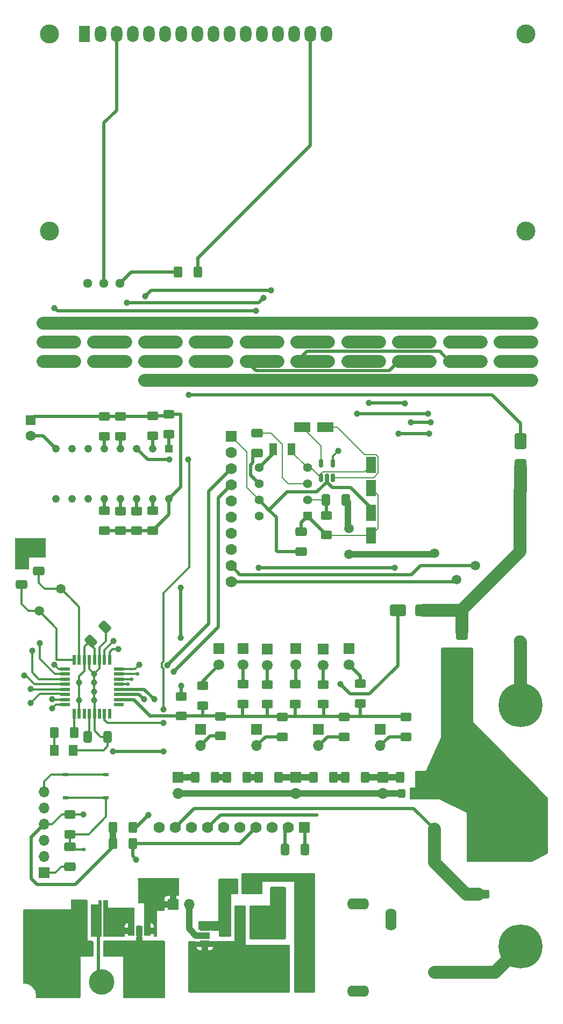
<source format=gbr>
%TF.GenerationSoftware,KiCad,Pcbnew,9.0.5*%
%TF.CreationDate,2025-10-29T10:13:22-04:00*%
%TF.ProjectId,oshe_dmm_project_v1,6f736865-5f64-46d6-9d5f-70726f6a6563,V1*%
%TF.SameCoordinates,Original*%
%TF.FileFunction,Copper,L1,Top*%
%TF.FilePolarity,Positive*%
%FSLAX46Y46*%
G04 Gerber Fmt 4.6, Leading zero omitted, Abs format (unit mm)*
G04 Created by KiCad (PCBNEW 9.0.5) date 2025-10-29 10:13:22*
%MOMM*%
%LPD*%
G01*
G04 APERTURE LIST*
G04 Aperture macros list*
%AMRoundRect*
0 Rectangle with rounded corners*
0 $1 Rounding radius*
0 $2 $3 $4 $5 $6 $7 $8 $9 X,Y pos of 4 corners*
0 Add a 4 corners polygon primitive as box body*
4,1,4,$2,$3,$4,$5,$6,$7,$8,$9,$2,$3,0*
0 Add four circle primitives for the rounded corners*
1,1,$1+$1,$2,$3*
1,1,$1+$1,$4,$5*
1,1,$1+$1,$6,$7*
1,1,$1+$1,$8,$9*
0 Add four rect primitives between the rounded corners*
20,1,$1+$1,$2,$3,$4,$5,0*
20,1,$1+$1,$4,$5,$6,$7,0*
20,1,$1+$1,$6,$7,$8,$9,0*
20,1,$1+$1,$8,$9,$2,$3,0*%
G04 Aperture macros list end*
%TA.AperFunction,NonConductor*%
%ADD10C,2.000000*%
%TD*%
%TA.AperFunction,Conductor*%
%ADD11C,2.000000*%
%TD*%
%TA.AperFunction,SMDPad,CuDef*%
%ADD12R,3.800000X2.000000*%
%TD*%
%TA.AperFunction,SMDPad,CuDef*%
%ADD13RoundRect,0.250000X0.625000X-0.400000X0.625000X0.400000X-0.625000X0.400000X-0.625000X-0.400000X0*%
%TD*%
%TA.AperFunction,ComponentPad*%
%ADD14C,1.440000*%
%TD*%
%TA.AperFunction,ComponentPad*%
%ADD15C,3.000000*%
%TD*%
%TA.AperFunction,ComponentPad*%
%ADD16R,1.800000X2.600000*%
%TD*%
%TA.AperFunction,ComponentPad*%
%ADD17O,1.800000X2.600000*%
%TD*%
%TA.AperFunction,SMDPad,CuDef*%
%ADD18RoundRect,0.250000X0.412500X0.650000X-0.412500X0.650000X-0.412500X-0.650000X0.412500X-0.650000X0*%
%TD*%
%TA.AperFunction,SMDPad,CuDef*%
%ADD19RoundRect,0.250000X0.325000X0.450000X-0.325000X0.450000X-0.325000X-0.450000X0.325000X-0.450000X0*%
%TD*%
%TA.AperFunction,SMDPad,CuDef*%
%ADD20RoundRect,0.250000X-0.412500X-0.650000X0.412500X-0.650000X0.412500X0.650000X-0.412500X0.650000X0*%
%TD*%
%TA.AperFunction,SMDPad,CuDef*%
%ADD21RoundRect,0.250000X-0.400000X-0.625000X0.400000X-0.625000X0.400000X0.625000X-0.400000X0.625000X0*%
%TD*%
%TA.AperFunction,SMDPad,CuDef*%
%ADD22RoundRect,0.250000X-0.625000X0.400000X-0.625000X-0.400000X0.625000X-0.400000X0.625000X0.400000X0*%
%TD*%
%TA.AperFunction,ComponentPad*%
%ADD23C,1.980000*%
%TD*%
%TA.AperFunction,SMDPad,CuDef*%
%ADD24RoundRect,0.150000X0.150000X-0.512500X0.150000X0.512500X-0.150000X0.512500X-0.150000X-0.512500X0*%
%TD*%
%TA.AperFunction,ComponentPad*%
%ADD25R,1.778000X1.778000*%
%TD*%
%TA.AperFunction,ComponentPad*%
%ADD26C,1.778000*%
%TD*%
%TA.AperFunction,ComponentPad*%
%ADD27O,3.500000X1.750000*%
%TD*%
%TA.AperFunction,ComponentPad*%
%ADD28O,1.750000X3.500000*%
%TD*%
%TA.AperFunction,SMDPad,CuDef*%
%ADD29R,0.550000X1.600000*%
%TD*%
%TA.AperFunction,SMDPad,CuDef*%
%ADD30R,1.600000X0.550000*%
%TD*%
%TA.AperFunction,ComponentPad*%
%ADD31C,4.000000*%
%TD*%
%TA.AperFunction,ComponentPad*%
%ADD32RoundRect,0.250000X-0.550000X0.550000X-0.550000X-0.550000X0.550000X-0.550000X0.550000X0.550000X0*%
%TD*%
%TA.AperFunction,ComponentPad*%
%ADD33C,1.600000*%
%TD*%
%TA.AperFunction,SMDPad,CuDef*%
%ADD34R,1.290000X1.910000*%
%TD*%
%TA.AperFunction,ComponentPad*%
%ADD35R,1.700000X1.700000*%
%TD*%
%TA.AperFunction,ComponentPad*%
%ADD36O,1.700000X1.700000*%
%TD*%
%TA.AperFunction,SMDPad,CuDef*%
%ADD37RoundRect,0.250000X-0.650000X1.000000X-0.650000X-1.000000X0.650000X-1.000000X0.650000X1.000000X0*%
%TD*%
%TA.AperFunction,SMDPad,CuDef*%
%ADD38RoundRect,0.250000X-0.650000X0.412500X-0.650000X-0.412500X0.650000X-0.412500X0.650000X0.412500X0*%
%TD*%
%TA.AperFunction,SMDPad,CuDef*%
%ADD39RoundRect,0.250000X1.000000X0.650000X-1.000000X0.650000X-1.000000X-0.650000X1.000000X-0.650000X0*%
%TD*%
%TA.AperFunction,ComponentPad*%
%ADD40R,1.397000X1.397000*%
%TD*%
%TA.AperFunction,ComponentPad*%
%ADD41C,1.397000*%
%TD*%
%TA.AperFunction,SMDPad,CuDef*%
%ADD42RoundRect,0.250000X0.167938X-0.751301X0.751301X-0.167938X-0.167938X0.751301X-0.751301X0.167938X0*%
%TD*%
%TA.AperFunction,ComponentPad*%
%ADD43C,6.918200*%
%TD*%
%TA.AperFunction,SMDPad,CuDef*%
%ADD44RoundRect,0.250000X-1.050000X-0.550000X1.050000X-0.550000X1.050000X0.550000X-1.050000X0.550000X0*%
%TD*%
%TA.AperFunction,ComponentPad*%
%ADD45C,1.700000*%
%TD*%
%TA.AperFunction,SMDPad,CuDef*%
%ADD46RoundRect,0.250000X0.400000X0.625000X-0.400000X0.625000X-0.400000X-0.625000X0.400000X-0.625000X0*%
%TD*%
%TA.AperFunction,SMDPad,CuDef*%
%ADD47RoundRect,0.250000X0.550000X-1.050000X0.550000X1.050000X-0.550000X1.050000X-0.550000X-1.050000X0*%
%TD*%
%TA.AperFunction,SMDPad,CuDef*%
%ADD48RoundRect,0.250000X0.650000X-0.412500X0.650000X0.412500X-0.650000X0.412500X-0.650000X-0.412500X0*%
%TD*%
%TA.AperFunction,ComponentPad*%
%ADD49C,1.500000*%
%TD*%
%TA.AperFunction,SMDPad,CuDef*%
%ADD50RoundRect,0.250000X0.650000X-1.000000X0.650000X1.000000X-0.650000X1.000000X-0.650000X-1.000000X0*%
%TD*%
%TA.AperFunction,SMDPad,CuDef*%
%ADD51R,1.500000X1.000000*%
%TD*%
%TA.AperFunction,SMDPad,CuDef*%
%ADD52RoundRect,0.375000X-0.375000X0.625000X-0.375000X-0.625000X0.375000X-0.625000X0.375000X0.625000X0*%
%TD*%
%TA.AperFunction,SMDPad,CuDef*%
%ADD53RoundRect,0.500000X-1.400000X0.500000X-1.400000X-0.500000X1.400000X-0.500000X1.400000X0.500000X0*%
%TD*%
%TA.AperFunction,SMDPad,CuDef*%
%ADD54RoundRect,0.249999X1.425001X-0.450001X1.425001X0.450001X-1.425001X0.450001X-1.425001X-0.450001X0*%
%TD*%
%TA.AperFunction,SMDPad,CuDef*%
%ADD55R,2.000000X3.800000*%
%TD*%
%TA.AperFunction,SMDPad,CuDef*%
%ADD56RoundRect,0.250000X1.050000X0.550000X-1.050000X0.550000X-1.050000X-0.550000X1.050000X-0.550000X0*%
%TD*%
%TA.AperFunction,SMDPad,CuDef*%
%ADD57RoundRect,0.250001X0.462499X0.624999X-0.462499X0.624999X-0.462499X-0.624999X0.462499X-0.624999X0*%
%TD*%
%TA.AperFunction,SMDPad,CuDef*%
%ADD58R,1.000000X1.500000*%
%TD*%
%TA.AperFunction,ComponentPad*%
%ADD59R,1.210000X1.210000*%
%TD*%
%TA.AperFunction,ComponentPad*%
%ADD60C,1.210000*%
%TD*%
%TA.AperFunction,SMDPad,CuDef*%
%ADD61R,0.952500X0.558800*%
%TD*%
%TA.AperFunction,ViaPad*%
%ADD62C,1.000000*%
%TD*%
%TA.AperFunction,ViaPad*%
%ADD63C,0.600000*%
%TD*%
%TA.AperFunction,ViaPad*%
%ADD64C,1.500000*%
%TD*%
%TA.AperFunction,Conductor*%
%ADD65C,0.200000*%
%TD*%
%TA.AperFunction,Conductor*%
%ADD66C,0.300000*%
%TD*%
%TA.AperFunction,Conductor*%
%ADD67C,0.500000*%
%TD*%
%TA.AperFunction,Conductor*%
%ADD68C,1.000000*%
%TD*%
G04 APERTURE END LIST*
D10*
X133990000Y-125598000D02*
X138990000Y-125598000D01*
D11*
%TO.N,20V_Rang*%
X189990000Y-125598000D02*
X194990000Y-125598000D01*
%TO.N,Net-(J20-Pin_2)*%
X173990000Y-122598000D02*
X178990000Y-122598000D01*
%TO.N,Net-(J5-Pin_2)*%
X133990000Y-122598000D02*
X138990000Y-122598000D01*
D10*
X149990000Y-125598000D02*
X154990000Y-125598000D01*
D11*
%TO.N,2V_Rang*%
X197990000Y-125598000D02*
X202990000Y-125598000D01*
%TO.N,Net-(J21-Pin_2)*%
X141990000Y-122598000D02*
X146990000Y-122598000D01*
D10*
X141990000Y-125598000D02*
X146990000Y-125598000D01*
D11*
%TO.N,Net-(J12-Pin_2)*%
X181990000Y-122598000D02*
X186990000Y-122598000D01*
D10*
X125990000Y-125598000D02*
X130990000Y-125598000D01*
D11*
%TO.N,Net-(J14-Pin_2)*%
X125990000Y-122598000D02*
X130990000Y-122598000D01*
%TO.N,+5V*%
X202990000Y-119598000D02*
X125990000Y-119598000D01*
%TO.N,Net-(J18-Pin_2)*%
X157990000Y-122598000D02*
X162990000Y-122598000D01*
%TO.N,V_ADC_Input*%
X202990000Y-128598000D02*
X141990000Y-128598000D01*
%TO.N,Net-(J13-Pin_2)*%
X149990000Y-122598000D02*
X154990000Y-122598000D01*
%TO.N,200V_Rang*%
X157990000Y-125598000D02*
X162990000Y-125598000D01*
X181990000Y-125598000D02*
X186990000Y-125598000D01*
%TO.N,Net-(J16-Pin_2)*%
X165990000Y-122598000D02*
X170990000Y-122598000D01*
%TO.N,20V_Rang*%
X165990000Y-125598000D02*
X170990000Y-125598000D01*
%TO.N,2V_Rang*%
X173990000Y-125598000D02*
X178990000Y-125598000D01*
%TO.N,Net-(J8-Pin_2)*%
X197990000Y-122598000D02*
X202990000Y-122598000D01*
%TO.N,Net-(J10-Pin_2)*%
X189990000Y-122598000D02*
X194990000Y-122598000D01*
%TD*%
D12*
%TO.P,BAT1,1,1*%
%TO.N,Net-(JP1-C)*%
X142798400Y-218321200D03*
%TD*%
D13*
%TO.P,R11,1*%
%TO.N,Net-(U1-~{RESET}{slash}PC6)*%
X130265000Y-199975500D03*
%TO.P,R11,2*%
%TO.N,+5V*%
X130265000Y-196875500D03*
%TD*%
D14*
%TO.P,RV1,1,1*%
%TO.N,+5V*%
X138130000Y-113378000D03*
%TO.P,RV1,2,2*%
%TO.N,Net-(DS1-VO)*%
X135590000Y-113378000D03*
%TO.P,RV1,3,3*%
%TO.N,GND*%
X133050000Y-113378000D03*
%TD*%
D15*
%TO.P,DS1,*%
%TO.N,*%
X126990900Y-74174500D03*
X126990900Y-105175200D03*
X201989480Y-105175200D03*
X201990000Y-74174500D03*
D16*
%TO.P,DS1,1,VSS*%
%TO.N,GND*%
X132490000Y-74174500D03*
D17*
%TO.P,DS1,2,VDD*%
%TO.N,+5V*%
X135030000Y-74174500D03*
%TO.P,DS1,3,VO*%
%TO.N,Net-(DS1-VO)*%
X137570000Y-74174500D03*
%TO.P,DS1,4,RS*%
%TO.N,MISO{slash}D12*%
X140110000Y-74174500D03*
%TO.P,DS1,5,R/W*%
%TO.N,GND*%
X142650000Y-74174500D03*
%TO.P,DS1,6,E*%
%TO.N,MOSI{slash}D11*%
X145190000Y-74174500D03*
%TO.P,DS1,7,D0*%
%TO.N,unconnected-(DS1-D0-Pad7)*%
X147730000Y-74174500D03*
%TO.P,DS1,8,D1*%
%TO.N,unconnected-(DS1-D1-Pad8)*%
X150270000Y-74174500D03*
%TO.P,DS1,9,D2*%
%TO.N,unconnected-(DS1-D2-Pad9)*%
X152810000Y-74174500D03*
%TO.P,DS1,10,D3*%
%TO.N,unconnected-(DS1-D3-Pad10)*%
X155350000Y-74174500D03*
%TO.P,DS1,11,D4*%
%TO.N,D5*%
X157890000Y-74174500D03*
%TO.P,DS1,12,D5*%
%TO.N,D4*%
X160430000Y-74174500D03*
%TO.P,DS1,13,D6*%
%TO.N,D3*%
X162970000Y-74174500D03*
%TO.P,DS1,14,D7*%
%TO.N,D2*%
X165510000Y-74174500D03*
%TO.P,DS1,15,LED(+)*%
%TO.N,Net-(DS1-LED(+))*%
X168050000Y-74174500D03*
%TO.P,DS1,16,LED(-)*%
%TO.N,GND*%
X170590000Y-74174500D03*
%TD*%
D18*
%TO.P,C8,1*%
%TO.N,Net-(JP1-C)*%
X136232900Y-217940200D03*
%TO.P,C8,2*%
%TO.N,GND*%
X133107900Y-217940200D03*
%TD*%
D13*
%TO.P,R39,1*%
%TO.N,A3*%
X161270000Y-179488000D03*
%TO.P,R39,2*%
%TO.N,Net-(J21-Pin_2)*%
X161270000Y-176388000D03*
%TD*%
D19*
%TO.P,D2,1,A1*%
%TO.N,GND*%
X184506800Y-193530800D03*
%TO.P,D2,2,A2*%
%TO.N,V_ADC_Input*%
X182456800Y-193530800D03*
%TD*%
D20*
%TO.P,C7,1*%
%TO.N,GND*%
X164090000Y-202378000D03*
%TO.P,C7,2*%
%TO.N,+5V*%
X167215000Y-202378000D03*
%TD*%
D21*
%TO.P,R7,1*%
%TO.N,200V_Rang*%
X182244000Y-190990800D03*
%TO.P,R7,2*%
%TO.N,GND*%
X185344000Y-190990800D03*
%TD*%
D22*
%TO.P,R30,1*%
%TO.N,+5V*%
X145820000Y-133918000D03*
%TO.P,R30,2*%
%TO.N,Net-(U4-X4)*%
X145820000Y-137018000D03*
%TD*%
%TO.P,R26,1*%
%TO.N,Net-(U2-Vin)*%
X170650000Y-149808000D03*
%TO.P,R26,2*%
%TO.N,GND*%
X170650000Y-152908000D03*
%TD*%
D18*
%TO.P,C1,1*%
%TO.N,GND*%
X136137500Y-184634600D03*
%TO.P,C1,2*%
%TO.N,Net-(U1-AREF)*%
X133012500Y-184634600D03*
%TD*%
D23*
%TO.P,F2,1*%
%TO.N,Current_Input*%
X187590000Y-221628000D03*
%TO.P,F2,2*%
%TO.N,Net-(U3-AIN2)*%
X187590000Y-199128000D03*
%TD*%
D24*
%TO.P,U7,1,OUT*%
%TO.N,Net-(U2--Vs)*%
X169750000Y-143908000D03*
%TO.P,U7,2,IN*%
%TO.N,+5V*%
X170700000Y-143908000D03*
%TO.P,U7,3,C_{FLY-}*%
%TO.N,Net-(U7-C_{FLY-})*%
X171650000Y-143908000D03*
%TO.P,U7,4,GND*%
%TO.N,GND*%
X171650000Y-141633000D03*
%TO.P,U7,5,C_{FLY+}*%
%TO.N,Net-(U7-C_{FLY+})*%
X169750000Y-141633000D03*
%TD*%
D25*
%TO.P,U3,1,VDD*%
%TO.N,+5V*%
X167130000Y-198878000D03*
D26*
%TO.P,U3,2,GND*%
%TO.N,GND*%
X164590000Y-198878000D03*
%TO.P,U3,3,SCL*%
%TO.N,SCL*%
X162050000Y-198878000D03*
%TO.P,U3,4,SDA*%
%TO.N,SDA*%
X159510000Y-198878000D03*
%TO.P,U3,5,ADDR*%
%TO.N,GND*%
X156970000Y-198878000D03*
%TO.P,U3,6,ALERT/RDY*%
%TO.N,unconnected-(U3-ALERT{slash}RDY-Pad6)*%
X154430000Y-198878000D03*
%TO.P,U3,7,AIN0*%
%TO.N,V_ADC_Input*%
X151890000Y-198878000D03*
%TO.P,U3,8,AIN1*%
%TO.N,GND*%
X149350000Y-198878000D03*
%TO.P,U3,9,AIN2*%
%TO.N,Net-(U3-AIN2)*%
X146810000Y-198878000D03*
%TO.P,U3,10,AIN3*%
%TO.N,GND*%
X144270000Y-198878000D03*
%TD*%
D27*
%TO.P,J22,1*%
%TO.N,Net-(U8-AIN2)*%
X175590000Y-224578000D03*
%TO.P,J22,2*%
%TO.N,Net-(U8-AIN3)*%
X175590000Y-210878000D03*
D28*
%TO.P,J22,3*%
%TO.N,unconnected-(J22-Pad3)*%
X180790000Y-213378000D03*
%TD*%
D29*
%TO.P,U1,1,PD3*%
%TO.N,D3*%
X136486000Y-172510600D03*
%TO.P,U1,2,PD4*%
%TO.N,D4*%
X135686000Y-172510600D03*
%TO.P,U1,3,GND*%
%TO.N,GND*%
X134886000Y-172510600D03*
%TO.P,U1,4,VCC*%
%TO.N,+5V*%
X134086000Y-172510600D03*
%TO.P,U1,5,GND*%
%TO.N,GND*%
X133286000Y-172510600D03*
%TO.P,U1,6,VCC*%
%TO.N,+5V*%
X132486000Y-172510600D03*
%TO.P,U1,7,XTAL1/PB6*%
%TO.N,Net-(U1-XTAL1{slash}PB6)*%
X131686000Y-172510600D03*
%TO.P,U1,8,XTAL2/PB7*%
%TO.N,Net-(U1-XTAL2{slash}PB7)*%
X130886000Y-172510600D03*
D30*
%TO.P,U1,9,PD5*%
%TO.N,D5*%
X129436000Y-173960600D03*
%TO.P,U1,10,PD6*%
%TO.N,D6*%
X129436000Y-174760600D03*
%TO.P,U1,11,PD7*%
%TO.N,D7*%
X129436000Y-175560600D03*
%TO.P,U1,12,PB0*%
%TO.N,D8*%
X129436000Y-176360600D03*
%TO.P,U1,13,PB1*%
%TO.N,D9*%
X129436000Y-177160600D03*
%TO.P,U1,14,PB2*%
%TO.N,D10*%
X129436000Y-177960600D03*
%TO.P,U1,15,PB3*%
%TO.N,MOSI{slash}D11*%
X129436000Y-178760600D03*
%TO.P,U1,16,PB4*%
%TO.N,MISO{slash}D12*%
X129436000Y-179560600D03*
D29*
%TO.P,U1,17,PB5*%
%TO.N,SCK{slash}D13*%
X130886000Y-181010600D03*
%TO.P,U1,18,AVCC*%
%TO.N,+5V*%
X131686000Y-181010600D03*
%TO.P,U1,19,ADC6*%
%TO.N,A6*%
X132486000Y-181010600D03*
%TO.P,U1,20,AREF*%
%TO.N,Net-(U1-AREF)*%
X133286000Y-181010600D03*
%TO.P,U1,21,GND*%
%TO.N,GND*%
X134086000Y-181010600D03*
%TO.P,U1,22,ADC7*%
%TO.N,A7*%
X134886000Y-181010600D03*
%TO.P,U1,23,PC0*%
%TO.N,A0*%
X135686000Y-181010600D03*
%TO.P,U1,24,PC1*%
%TO.N,A1*%
X136486000Y-181010600D03*
D30*
%TO.P,U1,25,PC2*%
%TO.N,A2*%
X137936000Y-179560600D03*
%TO.P,U1,26,PC3*%
%TO.N,A3*%
X137936000Y-178760600D03*
%TO.P,U1,27,PC4*%
%TO.N,SDA*%
X137936000Y-177960600D03*
%TO.P,U1,28,PC5*%
%TO.N,SCL*%
X137936000Y-177160600D03*
%TO.P,U1,29,~{RESET}/PC6*%
%TO.N,Net-(U1-~{RESET}{slash}PC6)*%
X137936000Y-176360600D03*
%TO.P,U1,30,PD0*%
%TO.N,RXD*%
X137936000Y-175560600D03*
%TO.P,U1,31,PD1*%
%TO.N,TXD*%
X137936000Y-174760600D03*
%TO.P,U1,32,PD2*%
%TO.N,D2*%
X137936000Y-173960600D03*
%TD*%
D31*
%TO.P,BAT-1,1,1*%
%TO.N,GND*%
X128447400Y-222766200D03*
%TD*%
D32*
%TO.P,C9,1*%
%TO.N,+5V*%
X124030000Y-134838000D03*
D33*
%TO.P,C9,2*%
%TO.N,GND*%
X124030000Y-137338000D03*
%TD*%
D21*
%TO.P,R4,1*%
%TO.N,Net-(R3-Pad2)*%
X159942800Y-190990800D03*
%TO.P,R4,2*%
%TO.N,20V_Rang*%
X163042800Y-190990800D03*
%TD*%
D13*
%TO.P,R18,1*%
%TO.N,+5V*%
X143260000Y-152208000D03*
%TO.P,R18,2*%
%TO.N,Net-(U4-X2)*%
X143260000Y-149108000D03*
%TD*%
D20*
%TO.P,C12,1*%
%TO.N,Net-(D5-A)*%
X163308500Y-209482000D03*
%TO.P,C12,2*%
%TO.N,GND*%
X166433500Y-209482000D03*
%TD*%
D21*
%TO.P,R19,1*%
%TO.N,Net-(D5-A)*%
X163321000Y-212022000D03*
%TO.P,R19,2*%
%TO.N,GND*%
X166421000Y-212022000D03*
%TD*%
D34*
%TO.P,C15,1*%
%TO.N,Net-(U2--Vs)*%
X165150000Y-139408000D03*
%TO.P,C15,2*%
%TO.N,Net-(U2-Cav)*%
X162230000Y-139408000D03*
%TD*%
D31*
%TO.P,BAT+1,1,1*%
%TO.N,Net-(JP1-C)*%
X141909400Y-222766200D03*
%TD*%
D35*
%TO.P,J1,1,Pin_1*%
%TO.N,DTR*%
X126144000Y-205981000D03*
D36*
%TO.P,J1,2,Pin_2*%
%TO.N,TXD*%
X126144000Y-203441000D03*
%TO.P,J1,3,Pin_3*%
%TO.N,RXD*%
X126144000Y-200901000D03*
%TO.P,J1,4,Pin_4*%
%TO.N,+5V*%
X126144000Y-198361000D03*
%TO.P,J1,5,Pin_5*%
%TO.N,GND*%
X126144000Y-195821000D03*
%TO.P,J1,6,Pin_6*%
X126144000Y-193281000D03*
%TD*%
D37*
%TO.P,D1,1,A1*%
%TO.N,2V_Rang*%
X191922000Y-168112000D03*
%TO.P,D1,2,A2*%
%TO.N,GND*%
X191922000Y-172112000D03*
%TD*%
D13*
%TO.P,R16,1*%
%TO.N,+5V*%
X138190000Y-152248000D03*
%TO.P,R16,2*%
%TO.N,Net-(U4-X0)*%
X138190000Y-149148000D03*
%TD*%
D38*
%TO.P,C6,1*%
%TO.N,GND*%
X122646730Y-157586769D03*
%TO.P,C6,2*%
%TO.N,Net-(U1-XTAL2{slash}PB7)*%
X122646730Y-160711769D03*
%TD*%
D22*
%TO.P,R31,1*%
%TO.N,+5V*%
X135620000Y-134278000D03*
%TO.P,R31,2*%
%TO.N,Net-(U4-X5)*%
X135620000Y-137378000D03*
%TD*%
D35*
%TO.P,J6,1,Pin_1*%
%TO.N,9V_BAT_IN*%
X146451000Y-211006000D03*
D36*
%TO.P,J6,2,Pin_2*%
%TO.N,Net-(J6-Pin_2)*%
X148991000Y-211006000D03*
%TD*%
D35*
%TO.P,J10,1,Pin_1*%
%TO.N,+5V*%
X159634000Y-183467400D03*
D36*
%TO.P,J10,2,Pin_2*%
%TO.N,Net-(J10-Pin_2)*%
X159634000Y-186007400D03*
%TD*%
D39*
%TO.P,D7,1,A1*%
%TO.N,2V_Rang*%
X185830000Y-164758000D03*
%TO.P,D7,2,A2*%
%TO.N,D10*%
X181830000Y-164758000D03*
%TD*%
D22*
%TO.P,R22,1*%
%TO.N,A3*%
X153949000Y-181389000D03*
%TO.P,R22,2*%
%TO.N,Net-(J8-Pin_2)*%
X153949000Y-184489000D03*
%TD*%
D40*
%TO.P,U2,1,Cc*%
%TO.N,GND*%
X167650000Y-149948000D03*
D41*
%TO.P,U2,2,Vin*%
%TO.N,Net-(U2-Vin)*%
X167650000Y-147408000D03*
%TO.P,U2,3,Cf*%
%TO.N,Net-(U2-Cf)*%
X167650000Y-144868000D03*
%TO.P,U2,4,-Vs*%
%TO.N,Net-(U2--Vs)*%
X167650000Y-142328000D03*
%TO.P,U2,5,Cav*%
%TO.N,Net-(U2-Cav)*%
X160030000Y-142328000D03*
%TO.P,U2,6,OUTPUT*%
%TO.N,Net-(U2-OUTPUT)*%
X160030000Y-144868000D03*
%TO.P,U2,7,+Vs*%
%TO.N,+5V*%
X160030000Y-147408000D03*
%TO.P,U2,8,COM*%
%TO.N,GND*%
X160030000Y-149948000D03*
%TD*%
D35*
%TO.P,J13,1,Pin_1*%
%TO.N,+5V*%
X179105600Y-183447000D03*
D36*
%TO.P,J13,2,Pin_2*%
%TO.N,Net-(J13-Pin_2)*%
X179105600Y-185987000D03*
%TD*%
D23*
%TO.P,F1,1*%
%TO.N,Voltage_Input*%
X201116800Y-169678000D03*
%TO.P,F1,2*%
%TO.N,2V_Rang*%
X201116800Y-147178000D03*
%TD*%
D42*
%TO.P,C3,1*%
%TO.N,+5V*%
X133489346Y-169565854D03*
%TO.P,C3,2*%
%TO.N,GND*%
X135699054Y-167356146D03*
%TD*%
D22*
%TO.P,R23,1*%
%TO.N,A3*%
X163687800Y-181516000D03*
%TO.P,R23,2*%
%TO.N,Net-(J10-Pin_2)*%
X163687800Y-184616000D03*
%TD*%
D43*
%TO.P,J3,1,1*%
%TO.N,GND*%
X201193000Y-198610000D03*
%TD*%
D22*
%TO.P,R32,1*%
%TO.N,+5V*%
X143230000Y-134208000D03*
%TO.P,R32,2*%
%TO.N,Net-(U4-X6)*%
X143230000Y-137308000D03*
%TD*%
%TO.P,R25,1*%
%TO.N,A3*%
X183118800Y-181516000D03*
%TO.P,R25,2*%
%TO.N,Net-(J13-Pin_2)*%
X183118800Y-184616000D03*
%TD*%
D13*
%TO.P,R37,1*%
%TO.N,A3*%
X165740000Y-179478000D03*
%TO.P,R37,2*%
%TO.N,Net-(J18-Pin_2)*%
X165740000Y-176378000D03*
%TD*%
%TO.P,R38,1*%
%TO.N,A3*%
X175920000Y-179358000D03*
%TO.P,R38,2*%
%TO.N,Net-(J20-Pin_2)*%
X175920000Y-176258000D03*
%TD*%
D44*
%TO.P,C13,1*%
%TO.N,+5V*%
X163452000Y-223579000D03*
%TO.P,C13,2*%
%TO.N,GND*%
X167052000Y-223579000D03*
%TD*%
D21*
%TO.P,R3,1*%
%TO.N,Net-(R2-Pad2)*%
X154964400Y-190990800D03*
%TO.P,R3,2*%
%TO.N,Net-(R3-Pad2)*%
X158064400Y-190990800D03*
%TD*%
D22*
%TO.P,R33,1*%
%TO.N,+5V*%
X138210000Y-134258000D03*
%TO.P,R33,2*%
%TO.N,Net-(U4-X7)*%
X138210000Y-137358000D03*
%TD*%
D35*
%TO.P,J18,1,Pin_1*%
%TO.N,+5V*%
X165750000Y-170778000D03*
D45*
%TO.P,J18,2,Pin_2*%
%TO.N,Net-(J18-Pin_2)*%
X165750000Y-173318000D03*
%TD*%
D46*
%TO.P,R15,1*%
%TO.N,TS*%
X134315400Y-213495200D03*
%TO.P,R15,2*%
%TO.N,GND*%
X131215400Y-213495200D03*
%TD*%
D21*
%TO.P,R14,1*%
%TO.N,+5V*%
X147240000Y-111608000D03*
%TO.P,R14,2*%
%TO.N,Net-(DS1-LED(+))*%
X150340000Y-111608000D03*
%TD*%
D47*
%TO.P,C14,1*%
%TO.N,GND*%
X177650000Y-145508000D03*
%TO.P,C14,2*%
%TO.N,Net-(U2--Vs)*%
X177650000Y-141908000D03*
%TD*%
D48*
%TO.P,C2,1*%
%TO.N,+5V*%
X166650000Y-155533000D03*
%TO.P,C2,2*%
%TO.N,GND*%
X166650000Y-152408000D03*
%TD*%
D22*
%TO.P,R8,1*%
%TO.N,GND*%
X147720000Y-178278000D03*
%TO.P,R8,2*%
%TO.N,A3*%
X147720000Y-181378000D03*
%TD*%
D49*
%TO.P,Y1,1,1*%
%TO.N,Net-(U1-XTAL2{slash}PB7)*%
X125359319Y-164818681D03*
%TO.P,Y1,2,2*%
%TO.N,Net-(U1-XTAL1{slash}PB6)*%
X128810000Y-161368000D03*
%TD*%
D35*
%TO.P,J14,1,Pin_1*%
%TO.N,+5V*%
X153720000Y-170788000D03*
D45*
%TO.P,J14,2,Pin_2*%
%TO.N,Net-(J14-Pin_2)*%
X153720000Y-173328000D03*
%TD*%
D50*
%TO.P,D4,1,A1*%
%TO.N,2V_Rang*%
X201150000Y-142198000D03*
%TO.P,D4,2,A2*%
%TO.N,A0*%
X201150000Y-138198000D03*
%TD*%
D21*
%TO.P,R6,1*%
%TO.N,Net-(R5-Pad2)*%
X173608000Y-190990800D03*
%TO.P,R6,2*%
%TO.N,200V_Rang*%
X176708000Y-190990800D03*
%TD*%
%TO.P,R13,1*%
%TO.N,+5V*%
X136990000Y-201378000D03*
%TO.P,R13,2*%
%TO.N,SDA*%
X140090000Y-201378000D03*
%TD*%
D47*
%TO.P,C18,1*%
%TO.N,GND*%
X177650000Y-153008000D03*
%TO.P,C18,2*%
%TO.N,+5V*%
X177650000Y-149408000D03*
%TD*%
D35*
%TO.P,J7,1,Pin_1*%
%TO.N,2V_Rang*%
X147218000Y-190990800D03*
D36*
%TO.P,J7,2,Pin_2*%
%TO.N,V_ADC_Input*%
X147218000Y-193530800D03*
%TD*%
D25*
%TO.P,U8,1,VDD*%
%TO.N,+5V*%
X155590000Y-137438000D03*
D26*
%TO.P,U8,2,GND*%
%TO.N,GND*%
X155590000Y-139978000D03*
%TO.P,U8,3,SCL*%
%TO.N,SCL*%
X155590000Y-142518000D03*
%TO.P,U8,4,SDA*%
%TO.N,SDA*%
X155590000Y-145058000D03*
%TO.P,U8,5,ADDR*%
%TO.N,GND*%
X155590000Y-147598000D03*
%TO.P,U8,6,ALERT/RDY*%
%TO.N,unconnected-(U8-ALERT{slash}RDY-Pad6)*%
X155590000Y-150138000D03*
%TO.P,U8,7,AIN0*%
%TO.N,Net-(U2-OUTPUT)*%
X155590000Y-152678000D03*
%TO.P,U8,8,AIN1*%
%TO.N,unconnected-(U8-AIN1-Pad8)*%
X155590000Y-155218000D03*
%TO.P,U8,9,AIN2*%
%TO.N,Net-(U8-AIN2)*%
X155590000Y-157758000D03*
%TO.P,U8,10,AIN3*%
%TO.N,Net-(U8-AIN3)*%
X155590000Y-160298000D03*
%TD*%
D35*
%TO.P,J11,1,Pin_1*%
%TO.N,200V_Rang*%
X179476000Y-190990800D03*
D36*
%TO.P,J11,2,Pin_2*%
%TO.N,V_ADC_Input*%
X179476000Y-193530800D03*
%TD*%
D51*
%TO.P,JP2,1,A*%
%TO.N,+5V*%
X151485200Y-217182800D03*
%TO.P,JP2,2,C*%
%TO.N,Net-(J6-Pin_2)*%
X151485200Y-215882800D03*
%TO.P,JP2,3,B*%
%TO.N,Net-(JP2-B)*%
X151485200Y-214582800D03*
%TD*%
D38*
%TO.P,C4,1*%
%TO.N,Net-(U1-~{RESET}{slash}PC6)*%
X130265000Y-201943000D03*
%TO.P,C4,2*%
%TO.N,DTR*%
X130265000Y-205068000D03*
%TD*%
D52*
%TO.P,U5,1,ADJ*%
%TO.N,Net-(D5-A)*%
X159297000Y-214942600D03*
%TO.P,U5,2,VO*%
%TO.N,+5V*%
X156997000Y-214942600D03*
D53*
X156997000Y-221242600D03*
D52*
%TO.P,U5,3,VI*%
%TO.N,Net-(JP2-B)*%
X154697000Y-214942600D03*
%TD*%
D22*
%TO.P,R24,1*%
%TO.N,A3*%
X173416000Y-181516000D03*
%TO.P,R24,2*%
%TO.N,Net-(J12-Pin_2)*%
X173416000Y-184616000D03*
%TD*%
D54*
%TO.P,R1,1*%
%TO.N,Net-(U3-AIN2)*%
X194590000Y-209378000D03*
%TO.P,R1,2*%
%TO.N,GND*%
X194590000Y-203278000D03*
%TD*%
D35*
%TO.P,J12,1,Pin_1*%
%TO.N,+5V*%
X169365000Y-183447000D03*
D36*
%TO.P,J12,2,Pin_2*%
%TO.N,Net-(J12-Pin_2)*%
X169365000Y-185987000D03*
%TD*%
D13*
%TO.P,R36,1*%
%TO.N,A3*%
X170130000Y-179488000D03*
%TO.P,R36,2*%
%TO.N,Net-(J16-Pin_2)*%
X170130000Y-176388000D03*
%TD*%
D35*
%TO.P,J20,1,Pin_1*%
%TO.N,+5V*%
X174190000Y-170768000D03*
D45*
%TO.P,J20,2,Pin_2*%
%TO.N,Net-(J20-Pin_2)*%
X174190000Y-173308000D03*
%TD*%
D35*
%TO.P,J16,1,Pin_1*%
%TO.N,+5V*%
X170080000Y-170818000D03*
D45*
%TO.P,J16,2,Pin_2*%
%TO.N,Net-(J16-Pin_2)*%
X170080000Y-173358000D03*
%TD*%
D43*
%TO.P,J2,1,1*%
%TO.N,Voltage_Input*%
X201193000Y-179610000D03*
%TD*%
D13*
%TO.P,R21,1*%
%TO.N,+5V*%
X135620000Y-152198000D03*
%TO.P,R21,2*%
%TO.N,Net-(U4-X3)*%
X135620000Y-149098000D03*
%TD*%
D21*
%TO.P,R2,1*%
%TO.N,2V_Rang*%
X149986000Y-190990800D03*
%TO.P,R2,2*%
%TO.N,Net-(R2-Pad2)*%
X153086000Y-190990800D03*
%TD*%
D55*
%TO.P,GND1,1,1*%
%TO.N,GND*%
X124256400Y-218702200D03*
%TD*%
D56*
%TO.P,C11,1*%
%TO.N,Net-(U7-C_{FLY-})*%
X170410000Y-135988000D03*
%TO.P,C11,2*%
%TO.N,Net-(U7-C_{FLY+})*%
X166810000Y-135988000D03*
%TD*%
D43*
%TO.P,J4,1,1*%
%TO.N,Current_Input*%
X201193000Y-217610000D03*
%TD*%
D44*
%TO.P,C10,1*%
%TO.N,Net-(JP2-B)*%
X155197000Y-208085000D03*
%TO.P,C10,2*%
%TO.N,GND*%
X158797000Y-208085000D03*
%TD*%
D21*
%TO.P,R5,1*%
%TO.N,20V_Rang*%
X168578800Y-190990800D03*
%TO.P,R5,2*%
%TO.N,Net-(R5-Pad2)*%
X171678800Y-190990800D03*
%TD*%
D55*
%TO.P,5V1,1,1*%
%TO.N,+5V*%
X150647000Y-222156600D03*
%TD*%
D35*
%TO.P,J9,1,Pin_1*%
%TO.N,20V_Rang*%
X165810800Y-190985800D03*
D36*
%TO.P,J9,2,Pin_2*%
%TO.N,V_ADC_Input*%
X165810800Y-193525800D03*
%TD*%
D50*
%TO.P,D5,1,K*%
%TO.N,+5V*%
X162839000Y-219102000D03*
%TO.P,D5,2,A*%
%TO.N,Net-(D5-A)*%
X162839000Y-215102000D03*
%TD*%
D57*
%TO.P,D3,1,K*%
%TO.N,GND*%
X130773100Y-186723600D03*
%TO.P,D3,2,A*%
%TO.N,Net-(D3-A)*%
X127798100Y-186723600D03*
%TD*%
D58*
%TO.P,JP1,1,A*%
%TO.N,BMS_BAT_IN*%
X139847400Y-215146200D03*
%TO.P,JP1,2,C*%
%TO.N,Net-(JP1-C)*%
X141147400Y-215146200D03*
%TO.P,JP1,3,B*%
%TO.N,9V_BAT_IN*%
X142447400Y-215146200D03*
%TD*%
D21*
%TO.P,R10,1*%
%TO.N,Net-(D3-A)*%
X127786400Y-183980400D03*
%TO.P,R10,2*%
%TO.N,SCK{slash}D13*%
X130886400Y-183980400D03*
%TD*%
D20*
%TO.P,C17,1*%
%TO.N,Net-(U2-Vin)*%
X170525000Y-147408000D03*
%TO.P,C17,2*%
%TO.N,V_ADC_Input*%
X173650000Y-147408000D03*
%TD*%
D48*
%TO.P,C5,1*%
%TO.N,Net-(U1-XTAL1{slash}PB6)*%
X125313730Y-158552769D03*
%TO.P,C5,2*%
%TO.N,GND*%
X125313730Y-155427769D03*
%TD*%
D59*
%TO.P,U4,1,X4*%
%TO.N,Net-(U4-X4)*%
X145790000Y-139318000D03*
D60*
%TO.P,U4,2,X6*%
%TO.N,Net-(U4-X6)*%
X143250000Y-139318000D03*
%TO.P,U4,3,X*%
%TO.N,A0*%
X140710000Y-139318000D03*
%TO.P,U4,4,X7*%
%TO.N,Net-(U4-X7)*%
X138170000Y-139318000D03*
%TO.P,U4,5,X5*%
%TO.N,Net-(U4-X5)*%
X135630000Y-139318000D03*
%TO.P,U4,6,ENABLE*%
%TO.N,D9*%
X133090000Y-139318000D03*
%TO.P,U4,7,N.C.*%
%TO.N,unconnected-(U4-N.C.-Pad7)*%
X130550000Y-139318000D03*
%TO.P,U4,8,GND*%
%TO.N,GND*%
X128010000Y-139318000D03*
%TO.P,U4,9,C*%
%TO.N,D8*%
X128010000Y-147258000D03*
%TO.P,U4,10,B*%
%TO.N,D7*%
X130550000Y-147258000D03*
%TO.P,U4,11,A*%
%TO.N,D6*%
X133090000Y-147258000D03*
%TO.P,U4,12,X3*%
%TO.N,Net-(U4-X3)*%
X135630000Y-147258000D03*
%TO.P,U4,13,X0*%
%TO.N,Net-(U4-X0)*%
X138170000Y-147258000D03*
%TO.P,U4,14,X1*%
%TO.N,Net-(U4-X1)*%
X140710000Y-147258000D03*
%TO.P,U4,15,X2*%
%TO.N,Net-(U4-X2)*%
X143250000Y-147258000D03*
%TO.P,U4,16,VCC*%
%TO.N,+5V*%
X145790000Y-147258000D03*
%TD*%
D21*
%TO.P,R12,1*%
%TO.N,+5V*%
X136990000Y-198878000D03*
%TO.P,R12,2*%
%TO.N,SCL*%
X140090000Y-198878000D03*
%TD*%
D35*
%TO.P,J21,1,Pin_1*%
%TO.N,+5V*%
X161280000Y-170868000D03*
D45*
%TO.P,J21,2,Pin_2*%
%TO.N,Net-(J21-Pin_2)*%
X161280000Y-173408000D03*
%TD*%
D35*
%TO.P,J5,1,Pin_1*%
%TO.N,+5V*%
X157480000Y-170788000D03*
D45*
%TO.P,J5,2,Pin_2*%
%TO.N,Net-(J5-Pin_2)*%
X157480000Y-173328000D03*
%TD*%
D13*
%TO.P,R17,1*%
%TO.N,+5V*%
X140720000Y-152238000D03*
%TO.P,R17,2*%
%TO.N,Net-(U4-X1)*%
X140720000Y-149138000D03*
%TD*%
D21*
%TO.P,R20,1*%
%TO.N,+5V*%
X157098000Y-212276000D03*
%TO.P,R20,2*%
%TO.N,Net-(D5-A)*%
X160198000Y-212276000D03*
%TD*%
D13*
%TO.P,R34,1*%
%TO.N,A3*%
X157470000Y-179478000D03*
%TO.P,R34,2*%
%TO.N,Net-(J5-Pin_2)*%
X157470000Y-176378000D03*
%TD*%
D35*
%TO.P,J8,1,Pin_1*%
%TO.N,+5V*%
X150820000Y-183468000D03*
D36*
%TO.P,J8,2,Pin_2*%
%TO.N,Net-(J8-Pin_2)*%
X150820000Y-186008000D03*
%TD*%
D13*
%TO.P,R9,1*%
%TO.N,A3*%
X151160000Y-179718000D03*
%TO.P,R9,2*%
%TO.N,Net-(J14-Pin_2)*%
X151160000Y-176618000D03*
%TD*%
D31*
%TO.P,Thermistor1,1,1*%
%TO.N,TS*%
X135259400Y-223198000D03*
%TD*%
D61*
%TO.P,SW1,1,1*%
%TO.N,Net-(U1-~{RESET}{slash}PC6)*%
X135929350Y-194246200D03*
%TO.P,SW1,2,2*%
X129566650Y-194246200D03*
%TO.P,SW1,3,3*%
%TO.N,GND*%
X135929350Y-190537800D03*
%TO.P,SW1,4,4*%
X129566650Y-190537800D03*
%TD*%
D38*
%TO.P,C16,1*%
%TO.N,Net-(U2-Cf)*%
X159650000Y-136908000D03*
%TO.P,C16,2*%
%TO.N,Net-(U2-OUTPUT)*%
X159650000Y-140033000D03*
%TD*%
D62*
%TO.N,*%
X125990000Y-125578000D03*
X141990000Y-125598000D03*
X133990000Y-125598000D03*
X155020000Y-125608000D03*
%TO.N,GND*%
X126923400Y-217991000D03*
X128320400Y-217991000D03*
X166649000Y-207450000D03*
X134067000Y-178919600D03*
X172470000Y-139708000D03*
X167284000Y-216467000D03*
X129717400Y-217991000D03*
X124129400Y-214892200D03*
X167284000Y-213927000D03*
X126923400Y-219388000D03*
X147720000Y-176558000D03*
X129717400Y-219388000D03*
X167284000Y-220277000D03*
X167284000Y-215197000D03*
X122799130Y-154526469D03*
X167284000Y-217737000D03*
X124129400Y-213495200D03*
X134067000Y-176125600D03*
X134067000Y-177522600D03*
X167284000Y-219007000D03*
X128320400Y-219388000D03*
X167919000Y-207450000D03*
X134067000Y-174728600D03*
%TO.N,+5V*%
X158267000Y-218397400D03*
X154076000Y-223680600D03*
X125990000Y-119598000D03*
X132309850Y-196862400D03*
X156616000Y-223680600D03*
X180050000Y-119538000D03*
X159537000Y-218397400D03*
X202990000Y-119598000D03*
X155346000Y-223680600D03*
X159156000Y-223680600D03*
X131686000Y-178900400D03*
X155727000Y-218372000D03*
X131686000Y-176131800D03*
X154330000Y-218372000D03*
X157886000Y-223680600D03*
X138030000Y-119538000D03*
X156640000Y-119588000D03*
X156997000Y-218372000D03*
D63*
%TO.N,Net-(U1-~{RESET}{slash}PC6)*%
X132430000Y-202298000D03*
X139350000Y-176360600D03*
D62*
%TO.N,9V_BAT_IN*%
X141850000Y-209192000D03*
X143374000Y-209192000D03*
X141850000Y-207668000D03*
X143374000Y-207668000D03*
D63*
%TO.N,RXD*%
X139980000Y-175560600D03*
%TO.N,TXD*%
X140890000Y-174760600D03*
D62*
%TO.N,2V_Rang*%
X173990000Y-125598000D03*
X202990000Y-125598000D03*
X187030000Y-135178000D03*
X197990000Y-125598000D03*
X183890000Y-135168000D03*
%TO.N,D9*%
X124017600Y-177078000D03*
%TO.N,A0*%
X148890000Y-140998000D03*
X148940000Y-130888000D03*
X145890000Y-141038000D03*
X144930000Y-182468000D03*
X144930000Y-180328000D03*
%TO.N,SDA*%
X146590000Y-174378000D03*
X140630000Y-203918000D03*
X141884000Y-178748000D03*
%TO.N,D5*%
X127772113Y-173324807D03*
%TO.N,MISO{slash}D12*%
X127463000Y-180125100D03*
%TO.N,D2*%
X141179000Y-173267100D03*
%TO.N,D4*%
X137108800Y-169604000D03*
%TO.N,SCL*%
X143535000Y-178748000D03*
X145580000Y-173378000D03*
X142590000Y-196878000D03*
%TO.N,D8*%
X123067600Y-174988000D03*
%TO.N,D10*%
X136970000Y-186968000D03*
X144940000Y-186968000D03*
X124050000Y-179268000D03*
X172780000Y-176338000D03*
%TO.N,D7*%
X124266599Y-171107898D03*
%TO.N,MOSI{slash}D11*%
X127463000Y-178728100D03*
%TO.N,D6*%
X125498248Y-169876248D03*
%TO.N,D3*%
X137877000Y-170854100D03*
%TO.N,20V_Rang*%
X165990000Y-125608000D03*
X189990000Y-125598000D03*
%TO.N,200V_Rang*%
X186780000Y-137008000D03*
X157990000Y-125598000D03*
X181990000Y-136958000D03*
X181990000Y-125598000D03*
D64*
%TO.N,V_ADC_Input*%
X174160000Y-155908000D03*
D62*
X202990000Y-128598000D03*
D63*
X169090000Y-196878000D03*
D64*
X187610000Y-155798000D03*
X174180000Y-151918000D03*
D62*
%TO.N,Net-(J8-Pin_2)*%
X186580000Y-133808000D03*
X175412000Y-133830000D03*
X197990000Y-122598000D03*
%TO.N,Net-(J10-Pin_2)*%
X182940000Y-132208000D03*
X189990000Y-122598000D03*
X177340000Y-132188000D03*
%TO.N,Net-(J12-Pin_2)*%
X181990000Y-122598000D03*
%TO.N,Net-(J13-Pin_2)*%
X149990000Y-122598000D03*
X181400000Y-158098000D03*
X147660000Y-161178000D03*
X159920000Y-158028000D03*
X147650000Y-169098000D03*
%TO.N,Net-(J5-Pin_2)*%
X160670000Y-115618000D03*
X138990000Y-122598000D03*
X139160000Y-116368000D03*
%TO.N,Net-(J14-Pin_2)*%
X159490000Y-117708000D03*
X125990000Y-122578000D03*
X127750000Y-117208000D03*
%TO.N,Net-(J16-Pin_2)*%
X170990000Y-122598000D03*
%TO.N,Net-(J18-Pin_2)*%
X162990000Y-122598000D03*
%TO.N,Net-(J20-Pin_2)*%
X173990000Y-122598000D03*
%TO.N,Net-(J21-Pin_2)*%
X142060000Y-115398000D03*
X161910000Y-114448000D03*
X141990000Y-122598000D03*
D64*
%TO.N,Net-(U8-AIN3)*%
X191090000Y-159878000D03*
%TO.N,Net-(U8-AIN2)*%
X194090000Y-157688000D03*
%TD*%
D65*
%TO.N,GND*%
X184506800Y-193530800D02*
X184506800Y-193681600D01*
D66*
X136137500Y-186120100D02*
X136137500Y-184634600D01*
X134086000Y-181010600D02*
X134086000Y-178938600D01*
X134886000Y-172510600D02*
X134886000Y-173909600D01*
X133286000Y-172510600D02*
X133286000Y-173947600D01*
D65*
X135699054Y-167356146D02*
X135699054Y-167356054D01*
D66*
X135864200Y-169578600D02*
X135864200Y-167699092D01*
X171650000Y-141633000D02*
X171650000Y-140528000D01*
X127236200Y-190537800D02*
X126144000Y-191630000D01*
D67*
X166650000Y-150948000D02*
X167650000Y-149948000D01*
X124030000Y-137338000D02*
X126030000Y-137338000D01*
D65*
X128240000Y-139088000D02*
X128010000Y-139318000D01*
D66*
X135534000Y-186723600D02*
X136137500Y-186120100D01*
X134086000Y-183637600D02*
X134086000Y-181010600D01*
X135864200Y-167699092D02*
X135546654Y-167381546D01*
X133286000Y-173947600D02*
X134067000Y-174728600D01*
X135929350Y-190537800D02*
X129566650Y-190537800D01*
D67*
X126030000Y-137338000D02*
X128010000Y-139318000D01*
D65*
X167690000Y-149948000D02*
X167650000Y-149948000D01*
D66*
X171650000Y-140528000D02*
X172470000Y-139708000D01*
X134067000Y-174728600D02*
X134067000Y-178919600D01*
D65*
X177650000Y-145508000D02*
X178751000Y-146609000D01*
D66*
X126525000Y-195440000D02*
X126144000Y-195821000D01*
X134067000Y-178919600D02*
X134086000Y-178938600D01*
X130773100Y-186723600D02*
X135534000Y-186723600D01*
D65*
X177650000Y-153008000D02*
X170750000Y-153008000D01*
D67*
X166650000Y-152408000D02*
X166650000Y-150948000D01*
D66*
X135083000Y-184634600D02*
X134086000Y-183637600D01*
X134886000Y-172510600D02*
X134886000Y-170556800D01*
X129566650Y-190537800D02*
X127236200Y-190537800D01*
D67*
X164090000Y-199378000D02*
X164590000Y-198878000D01*
D65*
X147720000Y-176558000D02*
X147710000Y-176548000D01*
D67*
X147720000Y-178278000D02*
X147720000Y-176558000D01*
D65*
X178751000Y-146609000D02*
X178751000Y-151907000D01*
D66*
X134886000Y-170556800D02*
X135864200Y-169578600D01*
X134886000Y-173909600D02*
X134067000Y-174728600D01*
D67*
X164090000Y-202378000D02*
X164090000Y-199378000D01*
X170650000Y-152908000D02*
X167690000Y-149948000D01*
D66*
X136518500Y-184634600D02*
X135083000Y-184634600D01*
D65*
X178751000Y-151907000D02*
X177650000Y-153008000D01*
X171800000Y-141483000D02*
X171650000Y-141633000D01*
D66*
X126144000Y-191630000D02*
X126144000Y-193281000D01*
D65*
X170750000Y-153008000D02*
X170650000Y-152908000D01*
D66*
%TO.N,Net-(U1-AREF)*%
X133286000Y-181010600D02*
X133286000Y-184527100D01*
D65*
X133286000Y-184527100D02*
X133393500Y-184634600D01*
D67*
%TO.N,+5V*%
X125090000Y-207878000D02*
X124090000Y-206878000D01*
X145820000Y-133918000D02*
X147640000Y-133918000D01*
D66*
X133133700Y-169845300D02*
X134086000Y-170797600D01*
D67*
X145790000Y-149678000D02*
X145790000Y-147258000D01*
D65*
X138190000Y-134278000D02*
X138210000Y-134258000D01*
D66*
X130265000Y-196875500D02*
X128956650Y-196875500D01*
D67*
X177650000Y-149408000D02*
X177650000Y-148658000D01*
X136990000Y-201928000D02*
X131040000Y-207878000D01*
X135620000Y-134278000D02*
X138190000Y-134278000D01*
X162750000Y-150128000D02*
X161590000Y-148968000D01*
D66*
X132486000Y-172510600D02*
X132486000Y-170493000D01*
D67*
X161590000Y-148968000D02*
X160030000Y-147408000D01*
D65*
X158099000Y-145477000D02*
X158099000Y-139857000D01*
X167215000Y-198963000D02*
X167130000Y-198878000D01*
X140710000Y-152248000D02*
X140720000Y-152238000D01*
D67*
X135620000Y-134278000D02*
X124590000Y-134278000D01*
D66*
X132486000Y-174303000D02*
X132486000Y-172510600D01*
X131686000Y-175103000D02*
X132486000Y-174303000D01*
X127471150Y-198361000D02*
X126144000Y-198361000D01*
X131686000Y-181010600D02*
X131686000Y-175103000D01*
D68*
X136990000Y-198878000D02*
X136990000Y-201378000D01*
D65*
X160030000Y-147408000D02*
X158099000Y-145477000D01*
D67*
X147240000Y-111608000D02*
X139900000Y-111608000D01*
X124090000Y-206878000D02*
X124090000Y-200415000D01*
X131040000Y-207878000D02*
X125090000Y-207878000D01*
X135620000Y-152198000D02*
X138140000Y-152198000D01*
X166650000Y-155533000D02*
X162875000Y-155533000D01*
X162750000Y-152908000D02*
X162750000Y-150128000D01*
D65*
X158099000Y-139857000D02*
X155650000Y-137408000D01*
D67*
X169122499Y-146148000D02*
X164410000Y-146148000D01*
X170700000Y-144570499D02*
X169122499Y-146148000D01*
X140720000Y-152238000D02*
X143230000Y-152238000D01*
D65*
X170700000Y-143908000D02*
X170700000Y-144570499D01*
D67*
X136990000Y-201378000D02*
X136990000Y-201928000D01*
X138190000Y-152248000D02*
X140710000Y-152248000D01*
X174400000Y-145408000D02*
X171537501Y-145408000D01*
D66*
X132486000Y-170493000D02*
X133133700Y-169845300D01*
X132296750Y-196875500D02*
X130265000Y-196875500D01*
D65*
X143180000Y-134258000D02*
X143230000Y-134208000D01*
D67*
X138210000Y-134258000D02*
X143180000Y-134258000D01*
X143230000Y-134208000D02*
X145530000Y-134208000D01*
D66*
X132309850Y-196862400D02*
X132296750Y-196875500D01*
D65*
X145530000Y-134208000D02*
X145820000Y-133918000D01*
D67*
X145790000Y-147258000D02*
X147670000Y-145378000D01*
D65*
X138140000Y-152198000D02*
X138190000Y-152248000D01*
D67*
X164410000Y-146148000D02*
X161590000Y-148968000D01*
X139900000Y-111608000D02*
X138130000Y-113378000D01*
X177650000Y-148658000D02*
X174400000Y-145408000D01*
D65*
X143230000Y-152238000D02*
X143260000Y-152208000D01*
D67*
X147670000Y-145378000D02*
X147670000Y-133888000D01*
D66*
X128956650Y-196875500D02*
X127471150Y-198361000D01*
X134086000Y-170797600D02*
X134086000Y-172510600D01*
D67*
X143260000Y-152208000D02*
X145790000Y-149678000D01*
X124090000Y-200415000D02*
X126144000Y-198361000D01*
X162750000Y-155408000D02*
X162750000Y-152908000D01*
D65*
X147640000Y-133918000D02*
X147670000Y-133888000D01*
D67*
X167215000Y-202378000D02*
X167215000Y-198963000D01*
X171537501Y-145408000D02*
X170700000Y-144570499D01*
D65*
X162875000Y-155533000D02*
X162750000Y-155408000D01*
X124590000Y-134278000D02*
X124030000Y-134838000D01*
D66*
%TO.N,Net-(U1-XTAL1{slash}PB6)*%
X131686000Y-171794000D02*
X131686000Y-169762000D01*
X131686000Y-164244000D02*
X130280000Y-162838000D01*
X126262461Y-161368000D02*
X128810000Y-161368000D01*
D65*
X131686000Y-172510600D02*
X131686000Y-171794000D01*
D66*
X126262461Y-161368000D02*
X125313730Y-160419269D01*
X125313730Y-160419269D02*
X125313730Y-158552769D01*
X130280000Y-162838000D02*
X128810000Y-161368000D01*
X131686000Y-169762000D02*
X131686000Y-164244000D01*
%TO.N,Net-(U1-XTAL2{slash}PB7)*%
X123744142Y-164818681D02*
X125359319Y-164818681D01*
X122646730Y-163721269D02*
X122646730Y-160711769D01*
X128140000Y-172510600D02*
X128140000Y-167599362D01*
X130886000Y-172510600D02*
X128140000Y-172510600D01*
X122646730Y-163721269D02*
X123744142Y-164818681D01*
X128140000Y-167599362D02*
X125359319Y-164818681D01*
%TO.N,DTR*%
X128829500Y-205068000D02*
X127916500Y-205981000D01*
X130265000Y-205068000D02*
X128829500Y-205068000D01*
X127916500Y-205981000D02*
X126144000Y-205981000D01*
%TO.N,Net-(U1-~{RESET}{slash}PC6)*%
X129566650Y-194246200D02*
X135929350Y-194246200D01*
X130265000Y-199975500D02*
X133165500Y-199975500D01*
X130620000Y-202298000D02*
X132430000Y-202298000D01*
X133165500Y-199975500D02*
X135929350Y-197211650D01*
X139350000Y-176360600D02*
X137936000Y-176360600D01*
X135929350Y-197211650D02*
X135929350Y-194246200D01*
X130265000Y-199975500D02*
X130265000Y-201943000D01*
X130265000Y-201943000D02*
X130620000Y-202298000D01*
D65*
%TO.N,Net-(JP2-B)*%
X154672000Y-214917600D02*
X154697000Y-214942600D01*
D68*
X154647000Y-214942600D02*
X154672000Y-214917600D01*
D65*
%TO.N,Net-(D3-A)*%
X127786400Y-186153100D02*
X127798100Y-186164800D01*
D66*
X127786400Y-183980400D02*
X127786400Y-186711900D01*
D65*
X127786400Y-186711900D02*
X127798100Y-186723600D01*
D66*
%TO.N,RXD*%
X139980000Y-175560600D02*
X137936000Y-175560600D01*
%TO.N,TXD*%
X140890000Y-174760600D02*
X137936000Y-174760600D01*
X126320000Y-203617000D02*
X126144000Y-203441000D01*
D11*
%TO.N,2V_Rang*%
X185830000Y-164758000D02*
X191840400Y-164758000D01*
X191922000Y-164676400D02*
X191922000Y-168112000D01*
D65*
X201016800Y-147078000D02*
X201116800Y-147178000D01*
D67*
X183900000Y-135178000D02*
X183890000Y-135168000D01*
D11*
X201150000Y-145948000D02*
X201150000Y-142198000D01*
X201116800Y-147178000D02*
X201116800Y-145981200D01*
D65*
X201026800Y-147088000D02*
X201116800Y-147178000D01*
D11*
X201116800Y-147178000D02*
X201116800Y-155481600D01*
D68*
X147218000Y-190990800D02*
X149986000Y-190990800D01*
D67*
X187030000Y-135178000D02*
X183900000Y-135178000D01*
D11*
X201116800Y-155481600D02*
X191922000Y-164676400D01*
X201116800Y-145981200D02*
X201150000Y-145948000D01*
D65*
X191840400Y-164758000D02*
X191922000Y-164676400D01*
D66*
%TO.N,SCK{slash}D13*%
X130886000Y-183980000D02*
X130886400Y-183980400D01*
X130886000Y-181010600D02*
X130886000Y-183980000D01*
X130886400Y-183980400D02*
X130886400Y-183574000D01*
D67*
%TO.N,TS*%
X134670400Y-215654200D02*
X134670400Y-222609000D01*
X134670400Y-222609000D02*
X135259400Y-223198000D01*
D66*
%TO.N,D9*%
X129436000Y-177160600D02*
X124100200Y-177160600D01*
X124100200Y-177160600D02*
X124017600Y-177078000D01*
D67*
%TO.N,A0*%
X196650000Y-130898000D02*
X201150000Y-135398000D01*
D65*
X148980000Y-141088000D02*
X148890000Y-140998000D01*
D66*
X135686000Y-181010600D02*
X135686000Y-182010600D01*
X144729000Y-173025504D02*
X144729000Y-173730496D01*
D67*
X145890000Y-141038000D02*
X145860000Y-141068000D01*
D66*
X136143400Y-182468000D02*
X144930000Y-182468000D01*
D67*
X150560000Y-130888000D02*
X150570000Y-130898000D01*
D66*
X148980000Y-157948000D02*
X148980000Y-141088000D01*
D67*
X142460000Y-141068000D02*
X140710000Y-139318000D01*
X145860000Y-141068000D02*
X142460000Y-141068000D01*
D66*
X135686000Y-182010600D02*
X136143400Y-182468000D01*
X144930000Y-173931496D02*
X144930000Y-180328000D01*
X148980000Y-157948000D02*
X144930000Y-161998000D01*
X144930000Y-172824504D02*
X144729000Y-173025504D01*
D67*
X150570000Y-130898000D02*
X196650000Y-130898000D01*
X201150000Y-135398000D02*
X201150000Y-138198000D01*
X148940000Y-130888000D02*
X150560000Y-130888000D01*
D66*
X144729000Y-173730496D02*
X144930000Y-173931496D01*
X148940000Y-130888000D02*
X148980000Y-130928000D01*
X144930000Y-161998000D02*
X144930000Y-172824504D01*
D67*
%TO.N,SDA*%
X153590000Y-147058000D02*
X155590000Y-145058000D01*
X141096600Y-177960600D02*
X137936000Y-177960600D01*
X140090000Y-203358000D02*
X140640000Y-203908000D01*
X153590000Y-167378000D02*
X153590000Y-147058000D01*
X140090000Y-201378000D02*
X140090000Y-203358000D01*
X159510000Y-198878000D02*
X157010000Y-201378000D01*
D65*
X140640000Y-203908000D02*
X140630000Y-203918000D01*
X155650000Y-145028000D02*
X155030000Y-145028000D01*
D67*
X141884000Y-178748000D02*
X141096600Y-177960600D01*
D65*
X156190000Y-144868000D02*
X156150000Y-144908000D01*
D67*
X153590000Y-167378000D02*
X146590000Y-174378000D01*
X157010000Y-201378000D02*
X140090000Y-201378000D01*
D66*
%TO.N,D5*%
X128407906Y-173960600D02*
X129436000Y-173960600D01*
X127772113Y-173324807D02*
X128407906Y-173960600D01*
%TO.N,MISO{slash}D12*%
X127463000Y-180125100D02*
X128027500Y-179560600D01*
X128027500Y-179560600D02*
X129436000Y-179560600D01*
%TO.N,D2*%
X140485500Y-173960600D02*
X137936000Y-173960600D01*
X141179000Y-173267100D02*
X140485500Y-173960600D01*
%TO.N,D4*%
X137108800Y-169604000D02*
X135686000Y-171026800D01*
X135686000Y-171026800D02*
X135686000Y-172510600D01*
D67*
%TO.N,SCL*%
X152090000Y-166868000D02*
X145580000Y-173378000D01*
X152090000Y-166868000D02*
X152090000Y-146018000D01*
X137936000Y-177160600D02*
X141947600Y-177160600D01*
D65*
X142590000Y-196928000D02*
X142590000Y-196878000D01*
D67*
X152090000Y-146018000D02*
X155590000Y-142518000D01*
X140090000Y-198878000D02*
X140640000Y-198878000D01*
X141947600Y-177160600D02*
X143535000Y-178748000D01*
X140640000Y-198878000D02*
X142590000Y-196928000D01*
D66*
%TO.N,D8*%
X124645118Y-176360600D02*
X123272518Y-174988000D01*
X124645118Y-176360600D02*
X129436000Y-176360600D01*
D67*
X123272518Y-174988000D02*
X123067600Y-174988000D01*
%TO.N,D10*%
X174330000Y-177888000D02*
X177380000Y-177888000D01*
X177380000Y-177888000D02*
X181830000Y-173438000D01*
X172780000Y-176338000D02*
X174330000Y-177888000D01*
D66*
X125490000Y-177828000D02*
X124050000Y-179268000D01*
X129303400Y-177828000D02*
X125490000Y-177828000D01*
D67*
X181830000Y-173438000D02*
X181830000Y-164758000D01*
D65*
X129436000Y-177960600D02*
X129402500Y-177927100D01*
D67*
X136970000Y-186968000D02*
X144940000Y-186968000D01*
D66*
X129402500Y-177927100D02*
X129303400Y-177828000D01*
%TO.N,D7*%
X129436000Y-175560600D02*
X125332600Y-175560600D01*
X124266599Y-174481401D02*
X124266599Y-171107898D01*
X124260000Y-174488000D02*
X124266599Y-174481401D01*
X125332600Y-175560600D02*
X124260000Y-174488000D01*
%TO.N,MOSI{slash}D11*%
X127463000Y-178728100D02*
X127495500Y-178760600D01*
X127495500Y-178760600D02*
X129436000Y-178760600D01*
D67*
%TO.N,A3*%
X175920000Y-179358000D02*
X175920000Y-181339000D01*
X165760000Y-181389000D02*
X166160000Y-181389000D01*
X163662400Y-181389000D02*
X161280000Y-181389000D01*
D65*
X142899400Y-181389000D02*
X142910400Y-181378000D01*
D67*
X142878400Y-181368000D02*
X140271000Y-178760600D01*
X159370000Y-181389000D02*
X157350000Y-181389000D01*
D65*
X170150000Y-181379000D02*
X170140000Y-181389000D01*
D67*
X157010000Y-181389000D02*
X156340000Y-181389000D01*
D65*
X175920000Y-181339000D02*
X175970000Y-181389000D01*
D67*
X163662400Y-181389000D02*
X165760000Y-181389000D01*
X151130000Y-179788000D02*
X151130000Y-181378000D01*
X142899400Y-181389000D02*
X142878400Y-181368000D01*
X170150000Y-179418000D02*
X170150000Y-181379000D01*
X161280000Y-181389000D02*
X159370000Y-181389000D01*
X161280000Y-179508000D02*
X161280000Y-181389000D01*
X157350000Y-181389000D02*
X157010000Y-181389000D01*
X147720000Y-181378000D02*
X151130000Y-181378000D01*
X169690000Y-181389000D02*
X170140000Y-181389000D01*
X175970000Y-181389000D02*
X182991800Y-181389000D01*
X156340000Y-181389000D02*
X154112000Y-181389000D01*
X182991800Y-181389000D02*
X183118800Y-181516000D01*
X140271000Y-178760600D02*
X137936000Y-178760600D01*
X142910400Y-181378000D02*
X147720000Y-181378000D01*
X151130000Y-181378000D02*
X153938000Y-181378000D01*
X170140000Y-181389000D02*
X175970000Y-181389000D01*
X166160000Y-181389000D02*
X169690000Y-181389000D01*
X165730000Y-179458000D02*
X165730000Y-181359000D01*
X157430000Y-181309000D02*
X157430000Y-179398000D01*
D65*
X153938000Y-181378000D02*
X153949000Y-181389000D01*
D66*
%TO.N,D6*%
X129436000Y-174760600D02*
X127862988Y-174760600D01*
X127862988Y-174760600D02*
X125498248Y-172395860D01*
X125498248Y-172395860D02*
X125498248Y-169876248D01*
%TO.N,D3*%
X136486000Y-172510600D02*
X136486000Y-171319000D01*
X136950900Y-170854100D02*
X137877000Y-170854100D01*
X136486000Y-171319000D02*
X136950900Y-170854100D01*
D67*
%TO.N,Net-(U3-AIN2)*%
X149810000Y-195878000D02*
X184340000Y-195878000D01*
X184340000Y-195878000D02*
X187590000Y-199128000D01*
X146810000Y-198878000D02*
X149810000Y-195878000D01*
D11*
X187590000Y-199128000D02*
X187590000Y-204378000D01*
X187590000Y-204378000D02*
X192590000Y-209378000D01*
X192590000Y-209378000D02*
X194590000Y-209378000D01*
D67*
%TO.N,Net-(DS1-VO)*%
X135590000Y-113378000D02*
X135590000Y-88154500D01*
X137570000Y-86174500D02*
X137570000Y-74174500D01*
X135590000Y-88154500D02*
X137570000Y-86174500D01*
%TO.N,Net-(DS1-LED(+))*%
X168050000Y-91698200D02*
X168050000Y-86174500D01*
D65*
X150340000Y-109428200D02*
X150330000Y-109418200D01*
D67*
X168050000Y-91698200D02*
X150330000Y-109418200D01*
X168050000Y-86174500D02*
X168050000Y-74174500D01*
X150340000Y-111608000D02*
X150340000Y-109428200D01*
D68*
%TO.N,Net-(J6-Pin_2)*%
X150062800Y-215882800D02*
X148991000Y-214811000D01*
X148991000Y-214811000D02*
X148991000Y-211006000D01*
X151485200Y-215882800D02*
X150062800Y-215882800D01*
D67*
%TO.N,20V_Rang*%
X189990000Y-125598000D02*
X188440000Y-124048000D01*
X167550000Y-124048000D02*
X165990000Y-125608000D01*
X188440000Y-124048000D02*
X167550000Y-124048000D01*
X168573800Y-190985800D02*
X168578800Y-190990800D01*
D68*
X165810800Y-190985800D02*
X168573800Y-190985800D01*
X165810800Y-190985800D02*
X163047800Y-190985800D01*
D67*
X163047800Y-190985800D02*
X163042800Y-190990800D01*
%TO.N,Net-(U4-X0)*%
X138190000Y-149148000D02*
X138190000Y-147278000D01*
D65*
X138190000Y-147278000D02*
X138170000Y-147258000D01*
D11*
%TO.N,Current_Input*%
X197175000Y-221628000D02*
X201193000Y-217610000D01*
X187590000Y-221628000D02*
X197175000Y-221628000D01*
D65*
%TO.N,Voltage_Input*%
X201193000Y-169754200D02*
X201116800Y-169678000D01*
D11*
X201193000Y-179610000D02*
X201193000Y-169754200D01*
D67*
%TO.N,200V_Rang*%
X186780000Y-137008000D02*
X186730000Y-136958000D01*
X186730000Y-136958000D02*
X181990000Y-136958000D01*
D68*
X179476000Y-190990800D02*
X176708000Y-190990800D01*
D67*
X181990000Y-125598000D02*
X180480000Y-127108000D01*
X180480000Y-127108000D02*
X159500000Y-127108000D01*
X159500000Y-127108000D02*
X157990000Y-125598000D01*
D68*
X179476000Y-190990800D02*
X182244000Y-190990800D01*
%TO.N,V_ADC_Input*%
X173990000Y-151728000D02*
X174180000Y-151918000D01*
X173990000Y-147748000D02*
X173990000Y-151728000D01*
D67*
X151890000Y-198878000D02*
X153890000Y-196878000D01*
D68*
X179476000Y-193530800D02*
X147218000Y-193530800D01*
D65*
X187500000Y-155908000D02*
X187610000Y-155798000D01*
D68*
X173650000Y-147408000D02*
X173990000Y-147748000D01*
X174160000Y-155908000D02*
X187500000Y-155908000D01*
D67*
X153890000Y-196878000D02*
X169090000Y-196878000D01*
D65*
X164862200Y-193525800D02*
X165810800Y-193525800D01*
D68*
X179476000Y-193530800D02*
X182456800Y-193530800D01*
D65*
%TO.N,Net-(J8-Pin_2)*%
X186560000Y-133828000D02*
X186580000Y-133808000D01*
D67*
X153949000Y-184489000D02*
X152339000Y-184489000D01*
X152339000Y-184489000D02*
X150820000Y-186008000D01*
X175410000Y-133828000D02*
X186560000Y-133828000D01*
%TO.N,Net-(J10-Pin_2)*%
X177340000Y-132188000D02*
X182920000Y-132188000D01*
X159634000Y-186007400D02*
X161025400Y-184616000D01*
X161025400Y-184616000D02*
X163687800Y-184616000D01*
D65*
X182920000Y-132188000D02*
X182940000Y-132208000D01*
D67*
%TO.N,Net-(J12-Pin_2)*%
X169443000Y-185987000D02*
X170814000Y-184616000D01*
X170814000Y-184616000D02*
X173416000Y-184616000D01*
X169365000Y-185987000D02*
X169443000Y-185987000D01*
%TO.N,Net-(J13-Pin_2)*%
X181400000Y-158098000D02*
X181130000Y-158098000D01*
X180476600Y-184616000D02*
X183118800Y-184616000D01*
X159920000Y-158028000D02*
X181330000Y-158028000D01*
D65*
X147650000Y-161188000D02*
X147660000Y-161178000D01*
D67*
X179105600Y-185987000D02*
X180476600Y-184616000D01*
D65*
X181330000Y-158028000D02*
X181400000Y-158098000D01*
D67*
X147650000Y-169098000D02*
X147650000Y-161188000D01*
D68*
%TO.N,Net-(R2-Pad2)*%
X154964400Y-190990800D02*
X153086000Y-190990800D01*
%TO.N,Net-(R3-Pad2)*%
X159942800Y-190990800D02*
X158064400Y-190990800D01*
%TO.N,Net-(R5-Pad2)*%
X173608000Y-190990800D02*
X171678800Y-190990800D01*
D65*
%TO.N,Net-(U4-X1)*%
X140720000Y-147268000D02*
X140710000Y-147258000D01*
D67*
X140720000Y-149138000D02*
X140720000Y-147268000D01*
D65*
%TO.N,Net-(U4-X2)*%
X143260000Y-147268000D02*
X143250000Y-147258000D01*
D67*
X143260000Y-149108000D02*
X143260000Y-147268000D01*
D65*
%TO.N,Net-(U4-X3)*%
X135620000Y-147268000D02*
X135630000Y-147258000D01*
D67*
X135620000Y-149098000D02*
X135620000Y-147268000D01*
D65*
%TO.N,Net-(U4-X4)*%
X145820000Y-139288000D02*
X145790000Y-139318000D01*
D67*
X145820000Y-137018000D02*
X145820000Y-139288000D01*
%TO.N,Net-(U4-X5)*%
X135620000Y-137378000D02*
X135620000Y-139308000D01*
D65*
X135620000Y-139308000D02*
X135630000Y-139318000D01*
D67*
%TO.N,Net-(U4-X6)*%
X143230000Y-137308000D02*
X143230000Y-139298000D01*
D65*
X143230000Y-139298000D02*
X143250000Y-139318000D01*
%TO.N,Net-(U4-X7)*%
X138210000Y-139278000D02*
X138170000Y-139318000D01*
D67*
X138210000Y-137358000D02*
X138210000Y-139278000D01*
%TO.N,Net-(J5-Pin_2)*%
X157480000Y-173328000D02*
X157480000Y-176368000D01*
X160670000Y-115618000D02*
X159920000Y-116368000D01*
X159920000Y-116368000D02*
X139160000Y-116368000D01*
D65*
X157900000Y-176388000D02*
X157920000Y-176408000D01*
X157480000Y-176368000D02*
X157470000Y-176378000D01*
X157700000Y-176188000D02*
X157920000Y-176408000D01*
D67*
%TO.N,Net-(J14-Pin_2)*%
X151160000Y-175888000D02*
X151160000Y-176618000D01*
X153720000Y-173328000D02*
X151160000Y-175888000D01*
X128250000Y-117708000D02*
X127750000Y-117208000D01*
X159490000Y-117708000D02*
X128250000Y-117708000D01*
D65*
%TO.N,Net-(U7-C_{FLY+})*%
X168930000Y-138108000D02*
X166810000Y-135988000D01*
X168950000Y-138108000D02*
X168930000Y-138108000D01*
X169750000Y-141633000D02*
X169750000Y-138908000D01*
X169750000Y-138908000D02*
X168950000Y-138108000D01*
D67*
%TO.N,Net-(J16-Pin_2)*%
X170080000Y-173358000D02*
X170080000Y-176058000D01*
D65*
X170720000Y-175798000D02*
X170130000Y-176388000D01*
%TO.N,Net-(U7-C_{FLY-})*%
X176629000Y-140307000D02*
X172310000Y-135988000D01*
X178751000Y-140622840D02*
X178435160Y-140307000D01*
X171650000Y-143908000D02*
X178036160Y-143908000D01*
X178751000Y-143193160D02*
X178751000Y-140622840D01*
X172310000Y-135988000D02*
X170410000Y-135988000D01*
X178435160Y-140307000D02*
X176629000Y-140307000D01*
X178036160Y-143908000D02*
X178751000Y-143193160D01*
D67*
%TO.N,Net-(J18-Pin_2)*%
X165750000Y-173318000D02*
X165750000Y-176088000D01*
D65*
X166080000Y-176038000D02*
X165740000Y-176378000D01*
X166060000Y-176058000D02*
X165740000Y-176378000D01*
%TO.N,Net-(U2--Vs)*%
X169750000Y-143908000D02*
X168170000Y-142328000D01*
X177650000Y-141908000D02*
X176613500Y-142944500D01*
X170051001Y-142944500D02*
X169750000Y-143245501D01*
X167730000Y-142408000D02*
X167650000Y-142328000D01*
X168170000Y-142328000D02*
X167650000Y-142328000D01*
X169750000Y-143245501D02*
X169750000Y-143908000D01*
X165150000Y-139828000D02*
X167650000Y-142328000D01*
X176613500Y-142944500D02*
X170051001Y-142944500D01*
X165150000Y-139408000D02*
X165150000Y-139828000D01*
D67*
%TO.N,Net-(J20-Pin_2)*%
X174190000Y-173308000D02*
X175920000Y-175038000D01*
X175920000Y-175038000D02*
X175920000Y-176258000D01*
X173990000Y-122598000D02*
X173940000Y-122648000D01*
%TO.N,Net-(J21-Pin_2)*%
X161280000Y-173408000D02*
X161280000Y-176378000D01*
X143010000Y-114448000D02*
X142060000Y-115398000D01*
D65*
X161280000Y-176378000D02*
X161270000Y-176388000D01*
D67*
X161910000Y-114448000D02*
X143010000Y-114448000D01*
%TO.N,Net-(U2-Cav)*%
X160030000Y-142328000D02*
X162230000Y-140128000D01*
D65*
X162230000Y-140128000D02*
X162230000Y-139408000D01*
%TO.N,Net-(U2-OUTPUT)*%
X159650000Y-140033000D02*
X159030500Y-140652500D01*
D67*
X159030500Y-141527500D02*
X158650000Y-141908000D01*
X159030500Y-140652500D02*
X159030500Y-141527500D01*
X158650000Y-141908000D02*
X158650000Y-143488000D01*
X158650000Y-143488000D02*
X160030000Y-144868000D01*
D65*
X159870000Y-145028000D02*
X160030000Y-144868000D01*
%TO.N,Net-(U2-Vin)*%
X170650000Y-147533000D02*
X170525000Y-147408000D01*
X167650000Y-147408000D02*
X170525000Y-147408000D01*
D67*
X170650000Y-149808000D02*
X170650000Y-147533000D01*
D65*
%TO.N,Net-(U2-Cf)*%
X159650000Y-136908000D02*
X161932000Y-136908000D01*
X161932000Y-136908000D02*
X163650000Y-138626000D01*
X164610000Y-144868000D02*
X167650000Y-144868000D01*
X163650000Y-138626000D02*
X163650000Y-143908000D01*
X163650000Y-143908000D02*
X164610000Y-144868000D01*
%TO.N,Net-(U8-AIN3)*%
X191090000Y-159878000D02*
X190670000Y-160298000D01*
D67*
X190670000Y-160298000D02*
X155590000Y-160298000D01*
%TO.N,Net-(U8-AIN2)*%
X183960000Y-159178000D02*
X157010000Y-159178000D01*
X185450000Y-157688000D02*
X183960000Y-159178000D01*
X194090000Y-157688000D02*
X185450000Y-157688000D01*
X157010000Y-159178000D02*
X155590000Y-157758000D01*
%TD*%
%TA.AperFunction,Conductor*%
%TO.N,GND*%
G36*
X132906743Y-210212907D02*
G01*
X132975984Y-210268126D01*
X133014411Y-210347918D01*
X133019400Y-210392200D01*
X133019400Y-216670200D01*
X133709400Y-216670200D01*
X133795743Y-216689907D01*
X133864984Y-216745126D01*
X133903411Y-216824918D01*
X133908400Y-216869200D01*
X133908400Y-219011200D01*
X133888693Y-219097543D01*
X133833474Y-219166784D01*
X133753682Y-219205211D01*
X133709400Y-219210200D01*
X131876400Y-219210200D01*
X131876400Y-225488200D01*
X131856693Y-225574543D01*
X131801474Y-225643784D01*
X131721682Y-225682211D01*
X131677400Y-225687200D01*
X125044536Y-225687200D01*
X124958193Y-225667493D01*
X124888952Y-225612274D01*
X124850525Y-225532482D01*
X124847239Y-225462224D01*
X124862499Y-225346311D01*
X124862500Y-225346309D01*
X124862500Y-225113690D01*
X124862499Y-225113688D01*
X124832137Y-224883070D01*
X124771932Y-224658382D01*
X124682915Y-224443475D01*
X124610137Y-224317420D01*
X124566611Y-224242030D01*
X124424999Y-224057477D01*
X124260522Y-223893000D01*
X124075969Y-223751388D01*
X123954439Y-223681223D01*
X123874525Y-223635085D01*
X123659618Y-223546068D01*
X123659616Y-223546067D01*
X123659615Y-223546067D01*
X123434932Y-223485863D01*
X123434924Y-223485862D01*
X123204311Y-223455500D01*
X123204307Y-223455500D01*
X123058400Y-223455500D01*
X122972057Y-223435793D01*
X122902816Y-223380574D01*
X122864389Y-223300782D01*
X122859400Y-223256500D01*
X122859400Y-211916200D01*
X122879107Y-211829857D01*
X122934326Y-211760616D01*
X123014118Y-211722189D01*
X123058400Y-211717200D01*
X130352400Y-211717200D01*
X130352400Y-210392200D01*
X130372107Y-210305857D01*
X130427326Y-210236616D01*
X130507118Y-210198189D01*
X130551400Y-210193200D01*
X132820400Y-210193200D01*
X132906743Y-210212907D01*
G37*
%TD.AperFunction*%
%TD*%
%TA.AperFunction,Conductor*%
%TO.N,GND*%
G36*
X193587343Y-170639707D02*
G01*
X193656584Y-170694926D01*
X193695011Y-170774718D01*
X193700000Y-170819000D01*
X193700000Y-182304000D01*
X203963893Y-192678257D01*
X205453465Y-194183846D01*
X205500182Y-194259086D01*
X205511000Y-194323806D01*
X205511000Y-202807167D01*
X205491293Y-202893510D01*
X205436074Y-202962751D01*
X205402752Y-202984269D01*
X202924862Y-204254009D01*
X202839033Y-204275846D01*
X202833730Y-204275907D01*
X193949714Y-204258949D01*
X193452428Y-204258000D01*
X193452426Y-204258000D01*
X193452400Y-204258000D01*
X192924884Y-204272542D01*
X192838030Y-204255222D01*
X192767294Y-204201933D01*
X192726683Y-204123229D01*
X192720400Y-204073618D01*
X192720400Y-196583000D01*
X188366000Y-194470600D01*
X183916800Y-194470600D01*
X183830457Y-194450893D01*
X183761216Y-194395674D01*
X183722789Y-194315882D01*
X183717800Y-194271600D01*
X183717800Y-192764600D01*
X183737507Y-192678257D01*
X183792726Y-192609016D01*
X183872518Y-192570589D01*
X183916800Y-192565600D01*
X184556000Y-192565600D01*
X184556000Y-190148400D01*
X184575707Y-190062057D01*
X184630926Y-189992816D01*
X184710718Y-189954389D01*
X184755000Y-189949400D01*
X186283200Y-189949400D01*
X188620000Y-184717000D01*
X188620000Y-170819000D01*
X188639707Y-170732657D01*
X188694926Y-170663416D01*
X188774718Y-170624989D01*
X188819000Y-170620000D01*
X193501000Y-170620000D01*
X193587343Y-170639707D01*
G37*
%TD.AperFunction*%
%TD*%
%TA.AperFunction,Conductor*%
%TO.N,Net-(JP2-B)*%
G36*
X156630343Y-206936307D02*
G01*
X156699584Y-206991526D01*
X156738011Y-207071318D01*
X156743000Y-207115600D01*
X156743000Y-209130600D01*
X156723293Y-209216943D01*
X156668074Y-209286184D01*
X156588282Y-209324611D01*
X156544000Y-209329600D01*
X155600000Y-209329600D01*
X155600000Y-215861600D01*
X155580293Y-215947943D01*
X155525074Y-216017184D01*
X155445282Y-216055611D01*
X155401000Y-216060600D01*
X153894000Y-216060600D01*
X153807657Y-216040893D01*
X153738416Y-215985674D01*
X153699989Y-215905882D01*
X153695000Y-215861600D01*
X153695000Y-215095400D01*
X152594151Y-215095400D01*
X152507808Y-215075693D01*
X152477181Y-215057394D01*
X152473539Y-215054748D01*
X152360507Y-214997155D01*
X152360504Y-214997154D01*
X152360502Y-214997153D01*
X152360500Y-214997153D01*
X152266719Y-214982300D01*
X151573893Y-214982300D01*
X151573891Y-214982300D01*
X150642800Y-214982300D01*
X150556457Y-214962593D01*
X150487216Y-214907374D01*
X150448789Y-214827582D01*
X150443800Y-214783300D01*
X150443800Y-213770400D01*
X150463507Y-213684057D01*
X150518726Y-213614816D01*
X150598518Y-213576389D01*
X150642800Y-213571400D01*
X153593400Y-213571400D01*
X153593400Y-207115600D01*
X153613107Y-207029257D01*
X153668326Y-206960016D01*
X153748118Y-206921589D01*
X153792400Y-206916600D01*
X156544000Y-206916600D01*
X156630343Y-206936307D01*
G37*
%TD.AperFunction*%
%TD*%
%TA.AperFunction,Conductor*%
%TO.N,Net-(JP1-C)*%
G36*
X141429243Y-214302307D02*
G01*
X141498484Y-214357526D01*
X141536911Y-214437318D01*
X141541900Y-214481600D01*
X141541900Y-215097190D01*
X141543150Y-215129019D01*
X141544489Y-215138697D01*
X141543426Y-215138844D01*
X141546900Y-215168189D01*
X141546900Y-215927718D01*
X141556223Y-215986579D01*
X141561753Y-216021500D01*
X141561754Y-216021503D01*
X141561754Y-216021505D01*
X141619350Y-216134542D01*
X141622509Y-216137701D01*
X141628044Y-216146509D01*
X141628556Y-216147214D01*
X141628508Y-216147248D01*
X141669630Y-216212688D01*
X141680800Y-216278420D01*
X141680800Y-216670200D01*
X145012400Y-216670200D01*
X145098743Y-216689907D01*
X145167984Y-216745126D01*
X145206411Y-216824918D01*
X145211400Y-216869200D01*
X145211400Y-225488200D01*
X145191693Y-225574543D01*
X145136474Y-225643784D01*
X145056682Y-225682211D01*
X145012400Y-225687200D01*
X138806400Y-225687200D01*
X138720057Y-225667493D01*
X138650816Y-225612274D01*
X138612389Y-225532482D01*
X138607400Y-225488200D01*
X138607400Y-219210200D01*
X135631400Y-219210200D01*
X135545057Y-219190493D01*
X135475816Y-219135274D01*
X135437389Y-219055482D01*
X135432400Y-219011200D01*
X135432400Y-216869200D01*
X135452107Y-216782857D01*
X135507326Y-216713616D01*
X135587118Y-216675189D01*
X135631400Y-216670200D01*
X140614000Y-216670200D01*
X140614000Y-216278420D01*
X140633707Y-216192077D01*
X140672291Y-216137701D01*
X140675450Y-216134542D01*
X140733046Y-216021504D01*
X140747900Y-215927719D01*
X140747899Y-215144432D01*
X140750350Y-215113295D01*
X140752900Y-215097200D01*
X140752900Y-214481600D01*
X140757889Y-214459741D01*
X140757889Y-214437318D01*
X140767617Y-214417116D01*
X140772607Y-214395257D01*
X140786588Y-214377725D01*
X140796316Y-214357526D01*
X140813846Y-214343546D01*
X140827826Y-214326016D01*
X140848025Y-214316288D01*
X140865557Y-214302307D01*
X140887416Y-214297317D01*
X140907618Y-214287589D01*
X140951900Y-214282600D01*
X141342900Y-214282600D01*
X141429243Y-214302307D01*
G37*
%TD.AperFunction*%
%TD*%
%TA.AperFunction,Conductor*%
%TO.N,GND*%
G36*
X168695343Y-206047307D02*
G01*
X168764584Y-206102526D01*
X168803011Y-206182318D01*
X168808000Y-206226600D01*
X168808000Y-224624600D01*
X168788293Y-224710943D01*
X168733074Y-224780184D01*
X168653282Y-224818611D01*
X168609000Y-224823600D01*
X165705000Y-224823600D01*
X165618657Y-224803893D01*
X165549416Y-224748674D01*
X165510989Y-224668882D01*
X165506000Y-224624600D01*
X165506000Y-207424600D01*
X160553000Y-207424600D01*
X160553000Y-209156000D01*
X160533293Y-209242343D01*
X160478074Y-209311584D01*
X160398282Y-209350011D01*
X160354000Y-209355000D01*
X157450000Y-209355000D01*
X157363657Y-209335293D01*
X157294416Y-209280074D01*
X157255989Y-209200282D01*
X157251000Y-209156000D01*
X157251000Y-206226600D01*
X157270707Y-206140257D01*
X157325926Y-206071016D01*
X157405718Y-206032589D01*
X157450000Y-206027600D01*
X168609000Y-206027600D01*
X168695343Y-206047307D01*
G37*
%TD.AperFunction*%
%TD*%
%TA.AperFunction,Conductor*%
%TO.N,GND*%
G36*
X126442378Y-153423221D02*
G01*
X126456730Y-153457869D01*
X126456730Y-156357069D01*
X126442378Y-156391717D01*
X126407730Y-156406069D01*
X123815130Y-156406069D01*
X123815130Y-158287469D01*
X123800778Y-158322117D01*
X123766130Y-158336469D01*
X121628930Y-158336469D01*
X121594282Y-158322117D01*
X121579930Y-158287469D01*
X121579930Y-153457869D01*
X121594282Y-153423221D01*
X121628930Y-153408869D01*
X126407730Y-153408869D01*
X126442378Y-153423221D01*
G37*
%TD.AperFunction*%
%TD*%
%TA.AperFunction,Conductor*%
%TO.N,9V_BAT_IN*%
G36*
X141390000Y-206831200D02*
G01*
X147321400Y-206831200D01*
X147356048Y-206845552D01*
X147370400Y-206880200D01*
X147370400Y-209607000D01*
X147356048Y-209641648D01*
X147321400Y-209656000D01*
X146951000Y-209656000D01*
X146951000Y-210940174D01*
X146916925Y-210813007D01*
X146851099Y-210698993D01*
X146758007Y-210605901D01*
X146643993Y-210540075D01*
X146516826Y-210506000D01*
X146385174Y-210506000D01*
X146258007Y-210540075D01*
X146143993Y-210605901D01*
X146050901Y-210698993D01*
X145985075Y-210813007D01*
X145951000Y-210940174D01*
X145951000Y-211071826D01*
X145985075Y-211198993D01*
X146050901Y-211313007D01*
X146143993Y-211406099D01*
X146258007Y-211471925D01*
X146385174Y-211506000D01*
X145101000Y-211506000D01*
X145101000Y-211903835D01*
X145102411Y-211916963D01*
X145091845Y-211952947D01*
X145058929Y-211970919D01*
X145053692Y-211971200D01*
X143944784Y-211971200D01*
X143941441Y-215986241D01*
X143927060Y-216020877D01*
X143892441Y-216035200D01*
X143492149Y-216035200D01*
X143457501Y-216020848D01*
X143443149Y-215986200D01*
X143443430Y-215980962D01*
X143447400Y-215944034D01*
X143447400Y-215646200D01*
X142496400Y-215646200D01*
X142461752Y-215631848D01*
X142447400Y-215597200D01*
X142447400Y-215146200D01*
X141996400Y-215146200D01*
X141961752Y-215131848D01*
X141947400Y-215097200D01*
X141947400Y-214646200D01*
X142947400Y-214646200D01*
X143447400Y-214646200D01*
X143447400Y-214348365D01*
X143440998Y-214288827D01*
X143440998Y-214288826D01*
X143390751Y-214154108D01*
X143304588Y-214039011D01*
X143189491Y-213952848D01*
X143054773Y-213902601D01*
X142995234Y-213896200D01*
X142947400Y-213896200D01*
X142947400Y-214646200D01*
X141947400Y-214646200D01*
X141947400Y-213900298D01*
X141928866Y-213886299D01*
X141927054Y-213883216D01*
X141923752Y-213881848D01*
X141917777Y-213867424D01*
X141909869Y-213853963D01*
X141910768Y-213850502D01*
X141909400Y-213847200D01*
X141909400Y-210828200D01*
X140998400Y-210828200D01*
X140963752Y-210813848D01*
X140949400Y-210779200D01*
X140949400Y-210108165D01*
X145101000Y-210108165D01*
X145101000Y-210506000D01*
X145951000Y-210506000D01*
X145951000Y-209656000D01*
X145553166Y-209656000D01*
X145493627Y-209662401D01*
X145493626Y-209662401D01*
X145358908Y-209712648D01*
X145243811Y-209798811D01*
X145157648Y-209913908D01*
X145107401Y-210048626D01*
X145107401Y-210048627D01*
X145101000Y-210108165D01*
X140949400Y-210108165D01*
X140949400Y-209937288D01*
X140936400Y-209905904D01*
X140936400Y-208564496D01*
X140938400Y-208559667D01*
X140938400Y-207130354D01*
X140934546Y-207121050D01*
X140934550Y-207120406D01*
X140937754Y-206876686D01*
X140952560Y-206842232D01*
X140987096Y-206828334D01*
X141390000Y-206831200D01*
G37*
%TD.AperFunction*%
%TD*%
%TA.AperFunction,Conductor*%
%TO.N,Net-(D5-A)*%
G36*
X164123343Y-208231707D02*
G01*
X164192584Y-208286926D01*
X164231011Y-208366718D01*
X164236000Y-208411000D01*
X164236000Y-216242600D01*
X164216293Y-216328943D01*
X164161074Y-216398184D01*
X164081282Y-216436611D01*
X164037000Y-216441600D01*
X158720000Y-216441600D01*
X158633657Y-216421893D01*
X158564416Y-216366674D01*
X158525989Y-216286882D01*
X158521000Y-216242600D01*
X158521000Y-211306600D01*
X158540707Y-211220257D01*
X158595926Y-211151016D01*
X158675718Y-211112589D01*
X158720000Y-211107600D01*
X161696000Y-211107600D01*
X161696000Y-208411000D01*
X161715707Y-208324657D01*
X161770926Y-208255416D01*
X161850718Y-208216989D01*
X161895000Y-208212000D01*
X164037000Y-208212000D01*
X164123343Y-208231707D01*
G37*
%TD.AperFunction*%
%TD*%
%TA.AperFunction,Conductor*%
%TO.N,TS*%
G36*
X135168048Y-210334552D02*
G01*
X135182400Y-210369200D01*
X135182400Y-215986200D01*
X135168048Y-216020848D01*
X135133400Y-216035200D01*
X133580361Y-216035200D01*
X133545713Y-216020848D01*
X133531361Y-215986239D01*
X133527439Y-211004239D01*
X133541764Y-210969579D01*
X133576400Y-210955200D01*
X134670400Y-210955200D01*
X134674093Y-210368890D01*
X134688663Y-210334334D01*
X134723092Y-210320200D01*
X135133400Y-210320200D01*
X135168048Y-210334552D01*
G37*
%TD.AperFunction*%
%TD*%
%TA.AperFunction,Conductor*%
%TO.N,BMS_BAT_IN*%
G36*
X136184048Y-210334552D02*
G01*
X136198400Y-210369200D01*
X136198400Y-211463200D01*
X140340400Y-211463200D01*
X140375048Y-211477552D01*
X140389400Y-211512200D01*
X140389400Y-213847200D01*
X140375048Y-213881848D01*
X140352349Y-213891250D01*
X140347400Y-213896200D01*
X140347400Y-215097200D01*
X140333048Y-215131848D01*
X140298400Y-215146200D01*
X139847400Y-215146200D01*
X139847400Y-215597200D01*
X139833048Y-215631848D01*
X139798400Y-215646200D01*
X138847400Y-215646200D01*
X138847400Y-215944034D01*
X138851370Y-215980962D01*
X138840804Y-216016946D01*
X138807889Y-216034919D01*
X138802651Y-216035200D01*
X135485400Y-216035200D01*
X135450752Y-216020848D01*
X135436400Y-215986200D01*
X135436400Y-214348365D01*
X138847400Y-214348365D01*
X138847400Y-214646200D01*
X139347400Y-214646200D01*
X139347400Y-213896200D01*
X139299566Y-213896200D01*
X139240027Y-213902601D01*
X139240026Y-213902601D01*
X139105308Y-213952848D01*
X138990211Y-214039011D01*
X138904048Y-214154108D01*
X138853801Y-214288826D01*
X138853801Y-214288827D01*
X138847400Y-214348365D01*
X135436400Y-214348365D01*
X135436400Y-210369200D01*
X135450752Y-210334552D01*
X135485400Y-210320200D01*
X136149400Y-210320200D01*
X136184048Y-210334552D01*
G37*
%TD.AperFunction*%
%TD*%
%TA.AperFunction,Conductor*%
%TO.N,+5V*%
G36*
X157773343Y-211127307D02*
G01*
X157842584Y-211182526D01*
X157881011Y-211262318D01*
X157886000Y-211306600D01*
X157886000Y-217330600D01*
X164672000Y-217330600D01*
X164758343Y-217350307D01*
X164827584Y-217405526D01*
X164866011Y-217485318D01*
X164871000Y-217529600D01*
X164871000Y-224624600D01*
X164851293Y-224710943D01*
X164796074Y-224780184D01*
X164716282Y-224818611D01*
X164672000Y-224823600D01*
X149068000Y-224823600D01*
X148981657Y-224803893D01*
X148912416Y-224748674D01*
X148873989Y-224668882D01*
X148869000Y-224624600D01*
X148869000Y-217730622D01*
X150235200Y-217730622D01*
X150241601Y-217790172D01*
X150241603Y-217790181D01*
X150291846Y-217924887D01*
X150291847Y-217924890D01*
X150378010Y-218039989D01*
X150493109Y-218126152D01*
X150493112Y-218126153D01*
X150627818Y-218176396D01*
X150627827Y-218176398D01*
X150687377Y-218182800D01*
X150985200Y-218182800D01*
X151985200Y-218182800D01*
X152283023Y-218182800D01*
X152342572Y-218176398D01*
X152342581Y-218176396D01*
X152477287Y-218126153D01*
X152477290Y-218126152D01*
X152592389Y-218039989D01*
X152678552Y-217924890D01*
X152678553Y-217924887D01*
X152728796Y-217790181D01*
X152728798Y-217790172D01*
X152735200Y-217730622D01*
X152735200Y-217682800D01*
X151985200Y-217682800D01*
X151985200Y-218182800D01*
X150985200Y-218182800D01*
X150985200Y-217682800D01*
X150235200Y-217682800D01*
X150235200Y-217730622D01*
X148869000Y-217730622D01*
X148869000Y-216894600D01*
X148888707Y-216808257D01*
X148943926Y-216739016D01*
X149023718Y-216700589D01*
X149068000Y-216695600D01*
X149632370Y-216695600D01*
X149658169Y-216700690D01*
X149676898Y-216700690D01*
X149707325Y-216710388D01*
X149707951Y-216710512D01*
X149708197Y-216710613D01*
X149708335Y-216710710D01*
X149708479Y-216710756D01*
X149708588Y-216710774D01*
X149708770Y-216710850D01*
X149800134Y-216748695D01*
X149800138Y-216748695D01*
X149800139Y-216748696D01*
X149974105Y-216783300D01*
X149974108Y-216783300D01*
X151597057Y-216783300D01*
X151597065Y-216783299D01*
X152266718Y-216783299D01*
X152360504Y-216768446D01*
X152473542Y-216710850D01*
X152473542Y-216710849D01*
X152486024Y-216704490D01*
X152488239Y-216703931D01*
X152490026Y-216702507D01*
X152520284Y-216695600D01*
X156108000Y-216695600D01*
X156108000Y-211306600D01*
X156127707Y-211220257D01*
X156182926Y-211151016D01*
X156262718Y-211112589D01*
X156307000Y-211107600D01*
X157687000Y-211107600D01*
X157773343Y-211127307D01*
G37*
%TD.AperFunction*%
%TD*%
M02*

</source>
